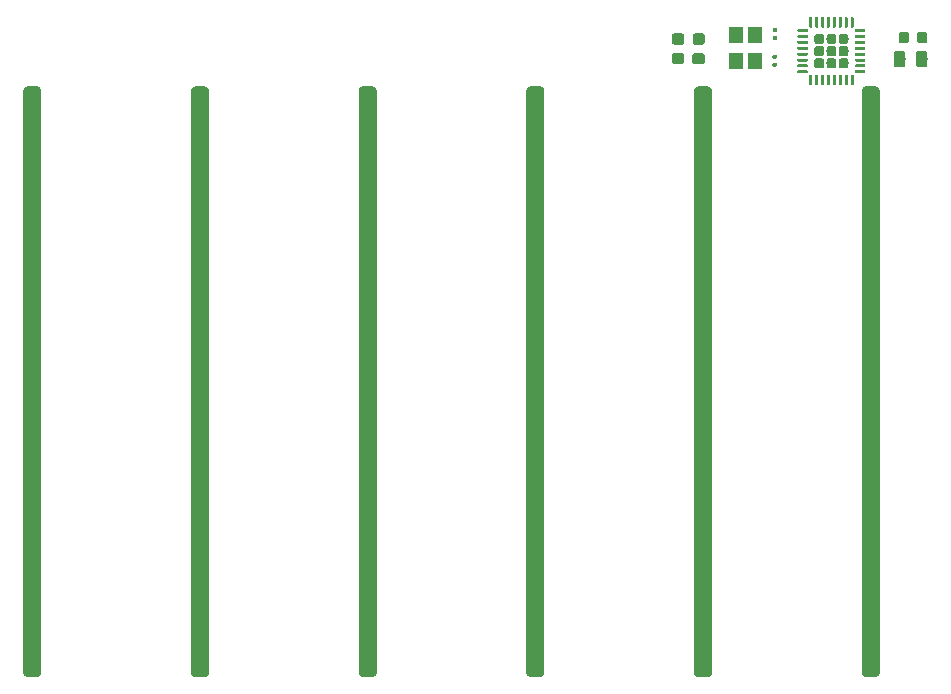
<source format=gbr>
G04 #@! TF.GenerationSoftware,KiCad,Pcbnew,5.0.2-bee76a0~70~ubuntu18.04.1*
G04 #@! TF.CreationDate,2018-12-10T16:15:13+09:00*
G04 #@! TF.ProjectId,2019_01,32303139-5f30-4312-9e6b-696361645f70,rev?*
G04 #@! TF.SameCoordinates,Original*
G04 #@! TF.FileFunction,Paste,Top*
G04 #@! TF.FilePolarity,Positive*
%FSLAX46Y46*%
G04 Gerber Fmt 4.6, Leading zero omitted, Abs format (unit mm)*
G04 Created by KiCad (PCBNEW 5.0.2-bee76a0~70~ubuntu18.04.1) date 2018年12月10日 16時15分13秒*
%MOMM*%
%LPD*%
G01*
G04 APERTURE LIST*
%ADD10C,0.100000*%
%ADD11C,1.524000*%
%ADD12C,0.875000*%
%ADD13C,0.975000*%
%ADD14C,0.318000*%
%ADD15C,0.950000*%
%ADD16C,0.830000*%
%ADD17C,0.250000*%
%ADD18R,1.200000X1.400000*%
G04 APERTURE END LIST*
D10*
G04 #@! TO.C,J3*
G36*
X151483345Y-54947435D02*
X151520329Y-54952921D01*
X151556598Y-54962006D01*
X151591802Y-54974602D01*
X151625602Y-54990588D01*
X151657672Y-55009810D01*
X151687704Y-55032083D01*
X151715408Y-55057192D01*
X151740517Y-55084896D01*
X151762790Y-55114928D01*
X151782012Y-55146998D01*
X151797998Y-55180798D01*
X151810594Y-55216002D01*
X151819679Y-55252271D01*
X151825165Y-55289255D01*
X151827000Y-55326600D01*
X151827000Y-104564600D01*
X151825165Y-104601945D01*
X151819679Y-104638929D01*
X151810594Y-104675198D01*
X151797998Y-104710402D01*
X151782012Y-104744202D01*
X151762790Y-104776272D01*
X151740517Y-104806304D01*
X151715408Y-104834008D01*
X151687704Y-104859117D01*
X151657672Y-104881390D01*
X151625602Y-104900612D01*
X151591802Y-104916598D01*
X151556598Y-104929194D01*
X151520329Y-104938279D01*
X151483345Y-104943765D01*
X151446000Y-104945600D01*
X150684000Y-104945600D01*
X150646655Y-104943765D01*
X150609671Y-104938279D01*
X150573402Y-104929194D01*
X150538198Y-104916598D01*
X150504398Y-104900612D01*
X150472328Y-104881390D01*
X150442296Y-104859117D01*
X150414592Y-104834008D01*
X150389483Y-104806304D01*
X150367210Y-104776272D01*
X150347988Y-104744202D01*
X150332002Y-104710402D01*
X150319406Y-104675198D01*
X150310321Y-104638929D01*
X150304835Y-104601945D01*
X150303000Y-104564600D01*
X150303000Y-55326600D01*
X150304835Y-55289255D01*
X150310321Y-55252271D01*
X150319406Y-55216002D01*
X150332002Y-55180798D01*
X150347988Y-55146998D01*
X150367210Y-55114928D01*
X150389483Y-55084896D01*
X150414592Y-55057192D01*
X150442296Y-55032083D01*
X150472328Y-55009810D01*
X150504398Y-54990588D01*
X150538198Y-54974602D01*
X150573402Y-54962006D01*
X150609671Y-54952921D01*
X150646655Y-54947435D01*
X150684000Y-54945600D01*
X151446000Y-54945600D01*
X151483345Y-54947435D01*
X151483345Y-54947435D01*
G37*
D11*
X151065000Y-79945600D03*
G04 #@! TD*
D10*
G04 #@! TO.C,J4*
G36*
X165683345Y-54947435D02*
X165720329Y-54952921D01*
X165756598Y-54962006D01*
X165791802Y-54974602D01*
X165825602Y-54990588D01*
X165857672Y-55009810D01*
X165887704Y-55032083D01*
X165915408Y-55057192D01*
X165940517Y-55084896D01*
X165962790Y-55114928D01*
X165982012Y-55146998D01*
X165997998Y-55180798D01*
X166010594Y-55216002D01*
X166019679Y-55252271D01*
X166025165Y-55289255D01*
X166027000Y-55326600D01*
X166027000Y-104564600D01*
X166025165Y-104601945D01*
X166019679Y-104638929D01*
X166010594Y-104675198D01*
X165997998Y-104710402D01*
X165982012Y-104744202D01*
X165962790Y-104776272D01*
X165940517Y-104806304D01*
X165915408Y-104834008D01*
X165887704Y-104859117D01*
X165857672Y-104881390D01*
X165825602Y-104900612D01*
X165791802Y-104916598D01*
X165756598Y-104929194D01*
X165720329Y-104938279D01*
X165683345Y-104943765D01*
X165646000Y-104945600D01*
X164884000Y-104945600D01*
X164846655Y-104943765D01*
X164809671Y-104938279D01*
X164773402Y-104929194D01*
X164738198Y-104916598D01*
X164704398Y-104900612D01*
X164672328Y-104881390D01*
X164642296Y-104859117D01*
X164614592Y-104834008D01*
X164589483Y-104806304D01*
X164567210Y-104776272D01*
X164547988Y-104744202D01*
X164532002Y-104710402D01*
X164519406Y-104675198D01*
X164510321Y-104638929D01*
X164504835Y-104601945D01*
X164503000Y-104564600D01*
X164503000Y-55326600D01*
X164504835Y-55289255D01*
X164510321Y-55252271D01*
X164519406Y-55216002D01*
X164532002Y-55180798D01*
X164547988Y-55146998D01*
X164567210Y-55114928D01*
X164589483Y-55084896D01*
X164614592Y-55057192D01*
X164642296Y-55032083D01*
X164672328Y-55009810D01*
X164704398Y-54990588D01*
X164738198Y-54974602D01*
X164773402Y-54962006D01*
X164809671Y-54952921D01*
X164846655Y-54947435D01*
X164884000Y-54945600D01*
X165646000Y-54945600D01*
X165683345Y-54947435D01*
X165683345Y-54947435D01*
G37*
D11*
X165265000Y-79945600D03*
G04 #@! TD*
D10*
G04 #@! TO.C,J5*
G36*
X179883345Y-54947435D02*
X179920329Y-54952921D01*
X179956598Y-54962006D01*
X179991802Y-54974602D01*
X180025602Y-54990588D01*
X180057672Y-55009810D01*
X180087704Y-55032083D01*
X180115408Y-55057192D01*
X180140517Y-55084896D01*
X180162790Y-55114928D01*
X180182012Y-55146998D01*
X180197998Y-55180798D01*
X180210594Y-55216002D01*
X180219679Y-55252271D01*
X180225165Y-55289255D01*
X180227000Y-55326600D01*
X180227000Y-104564600D01*
X180225165Y-104601945D01*
X180219679Y-104638929D01*
X180210594Y-104675198D01*
X180197998Y-104710402D01*
X180182012Y-104744202D01*
X180162790Y-104776272D01*
X180140517Y-104806304D01*
X180115408Y-104834008D01*
X180087704Y-104859117D01*
X180057672Y-104881390D01*
X180025602Y-104900612D01*
X179991802Y-104916598D01*
X179956598Y-104929194D01*
X179920329Y-104938279D01*
X179883345Y-104943765D01*
X179846000Y-104945600D01*
X179084000Y-104945600D01*
X179046655Y-104943765D01*
X179009671Y-104938279D01*
X178973402Y-104929194D01*
X178938198Y-104916598D01*
X178904398Y-104900612D01*
X178872328Y-104881390D01*
X178842296Y-104859117D01*
X178814592Y-104834008D01*
X178789483Y-104806304D01*
X178767210Y-104776272D01*
X178747988Y-104744202D01*
X178732002Y-104710402D01*
X178719406Y-104675198D01*
X178710321Y-104638929D01*
X178704835Y-104601945D01*
X178703000Y-104564600D01*
X178703000Y-55326600D01*
X178704835Y-55289255D01*
X178710321Y-55252271D01*
X178719406Y-55216002D01*
X178732002Y-55180798D01*
X178747988Y-55146998D01*
X178767210Y-55114928D01*
X178789483Y-55084896D01*
X178814592Y-55057192D01*
X178842296Y-55032083D01*
X178872328Y-55009810D01*
X178904398Y-54990588D01*
X178938198Y-54974602D01*
X178973402Y-54962006D01*
X179009671Y-54952921D01*
X179046655Y-54947435D01*
X179084000Y-54945600D01*
X179846000Y-54945600D01*
X179883345Y-54947435D01*
X179883345Y-54947435D01*
G37*
D11*
X179465000Y-79945600D03*
G04 #@! TD*
D10*
G04 #@! TO.C,J6*
G36*
X194083345Y-54947435D02*
X194120329Y-54952921D01*
X194156598Y-54962006D01*
X194191802Y-54974602D01*
X194225602Y-54990588D01*
X194257672Y-55009810D01*
X194287704Y-55032083D01*
X194315408Y-55057192D01*
X194340517Y-55084896D01*
X194362790Y-55114928D01*
X194382012Y-55146998D01*
X194397998Y-55180798D01*
X194410594Y-55216002D01*
X194419679Y-55252271D01*
X194425165Y-55289255D01*
X194427000Y-55326600D01*
X194427000Y-104564600D01*
X194425165Y-104601945D01*
X194419679Y-104638929D01*
X194410594Y-104675198D01*
X194397998Y-104710402D01*
X194382012Y-104744202D01*
X194362790Y-104776272D01*
X194340517Y-104806304D01*
X194315408Y-104834008D01*
X194287704Y-104859117D01*
X194257672Y-104881390D01*
X194225602Y-104900612D01*
X194191802Y-104916598D01*
X194156598Y-104929194D01*
X194120329Y-104938279D01*
X194083345Y-104943765D01*
X194046000Y-104945600D01*
X193284000Y-104945600D01*
X193246655Y-104943765D01*
X193209671Y-104938279D01*
X193173402Y-104929194D01*
X193138198Y-104916598D01*
X193104398Y-104900612D01*
X193072328Y-104881390D01*
X193042296Y-104859117D01*
X193014592Y-104834008D01*
X192989483Y-104806304D01*
X192967210Y-104776272D01*
X192947988Y-104744202D01*
X192932002Y-104710402D01*
X192919406Y-104675198D01*
X192910321Y-104638929D01*
X192904835Y-104601945D01*
X192903000Y-104564600D01*
X192903000Y-55326600D01*
X192904835Y-55289255D01*
X192910321Y-55252271D01*
X192919406Y-55216002D01*
X192932002Y-55180798D01*
X192947988Y-55146998D01*
X192967210Y-55114928D01*
X192989483Y-55084896D01*
X193014592Y-55057192D01*
X193042296Y-55032083D01*
X193072328Y-55009810D01*
X193104398Y-54990588D01*
X193138198Y-54974602D01*
X193173402Y-54962006D01*
X193209671Y-54952921D01*
X193246655Y-54947435D01*
X193284000Y-54945600D01*
X194046000Y-54945600D01*
X194083345Y-54947435D01*
X194083345Y-54947435D01*
G37*
D11*
X193665000Y-79945600D03*
G04 #@! TD*
D10*
G04 #@! TO.C,J7*
G36*
X208283345Y-54947435D02*
X208320329Y-54952921D01*
X208356598Y-54962006D01*
X208391802Y-54974602D01*
X208425602Y-54990588D01*
X208457672Y-55009810D01*
X208487704Y-55032083D01*
X208515408Y-55057192D01*
X208540517Y-55084896D01*
X208562790Y-55114928D01*
X208582012Y-55146998D01*
X208597998Y-55180798D01*
X208610594Y-55216002D01*
X208619679Y-55252271D01*
X208625165Y-55289255D01*
X208627000Y-55326600D01*
X208627000Y-104564600D01*
X208625165Y-104601945D01*
X208619679Y-104638929D01*
X208610594Y-104675198D01*
X208597998Y-104710402D01*
X208582012Y-104744202D01*
X208562790Y-104776272D01*
X208540517Y-104806304D01*
X208515408Y-104834008D01*
X208487704Y-104859117D01*
X208457672Y-104881390D01*
X208425602Y-104900612D01*
X208391802Y-104916598D01*
X208356598Y-104929194D01*
X208320329Y-104938279D01*
X208283345Y-104943765D01*
X208246000Y-104945600D01*
X207484000Y-104945600D01*
X207446655Y-104943765D01*
X207409671Y-104938279D01*
X207373402Y-104929194D01*
X207338198Y-104916598D01*
X207304398Y-104900612D01*
X207272328Y-104881390D01*
X207242296Y-104859117D01*
X207214592Y-104834008D01*
X207189483Y-104806304D01*
X207167210Y-104776272D01*
X207147988Y-104744202D01*
X207132002Y-104710402D01*
X207119406Y-104675198D01*
X207110321Y-104638929D01*
X207104835Y-104601945D01*
X207103000Y-104564600D01*
X207103000Y-55326600D01*
X207104835Y-55289255D01*
X207110321Y-55252271D01*
X207119406Y-55216002D01*
X207132002Y-55180798D01*
X207147988Y-55146998D01*
X207167210Y-55114928D01*
X207189483Y-55084896D01*
X207214592Y-55057192D01*
X207242296Y-55032083D01*
X207272328Y-55009810D01*
X207304398Y-54990588D01*
X207338198Y-54974602D01*
X207373402Y-54962006D01*
X207409671Y-54952921D01*
X207446655Y-54947435D01*
X207484000Y-54945600D01*
X208246000Y-54945600D01*
X208283345Y-54947435D01*
X208283345Y-54947435D01*
G37*
D11*
X207865000Y-79945600D03*
G04 #@! TD*
D10*
G04 #@! TO.C,J8*
G36*
X222483345Y-54947435D02*
X222520329Y-54952921D01*
X222556598Y-54962006D01*
X222591802Y-54974602D01*
X222625602Y-54990588D01*
X222657672Y-55009810D01*
X222687704Y-55032083D01*
X222715408Y-55057192D01*
X222740517Y-55084896D01*
X222762790Y-55114928D01*
X222782012Y-55146998D01*
X222797998Y-55180798D01*
X222810594Y-55216002D01*
X222819679Y-55252271D01*
X222825165Y-55289255D01*
X222827000Y-55326600D01*
X222827000Y-104564600D01*
X222825165Y-104601945D01*
X222819679Y-104638929D01*
X222810594Y-104675198D01*
X222797998Y-104710402D01*
X222782012Y-104744202D01*
X222762790Y-104776272D01*
X222740517Y-104806304D01*
X222715408Y-104834008D01*
X222687704Y-104859117D01*
X222657672Y-104881390D01*
X222625602Y-104900612D01*
X222591802Y-104916598D01*
X222556598Y-104929194D01*
X222520329Y-104938279D01*
X222483345Y-104943765D01*
X222446000Y-104945600D01*
X221684000Y-104945600D01*
X221646655Y-104943765D01*
X221609671Y-104938279D01*
X221573402Y-104929194D01*
X221538198Y-104916598D01*
X221504398Y-104900612D01*
X221472328Y-104881390D01*
X221442296Y-104859117D01*
X221414592Y-104834008D01*
X221389483Y-104806304D01*
X221367210Y-104776272D01*
X221347988Y-104744202D01*
X221332002Y-104710402D01*
X221319406Y-104675198D01*
X221310321Y-104638929D01*
X221304835Y-104601945D01*
X221303000Y-104564600D01*
X221303000Y-55326600D01*
X221304835Y-55289255D01*
X221310321Y-55252271D01*
X221319406Y-55216002D01*
X221332002Y-55180798D01*
X221347988Y-55146998D01*
X221367210Y-55114928D01*
X221389483Y-55084896D01*
X221414592Y-55057192D01*
X221442296Y-55032083D01*
X221472328Y-55009810D01*
X221504398Y-54990588D01*
X221538198Y-54974602D01*
X221573402Y-54962006D01*
X221609671Y-54952921D01*
X221646655Y-54947435D01*
X221684000Y-54945600D01*
X222446000Y-54945600D01*
X222483345Y-54947435D01*
X222483345Y-54947435D01*
G37*
D11*
X222065000Y-79945600D03*
G04 #@! TD*
D10*
G04 #@! TO.C,C1*
G36*
X226665691Y-50351453D02*
X226686926Y-50354603D01*
X226707750Y-50359819D01*
X226727962Y-50367051D01*
X226747368Y-50376230D01*
X226765781Y-50387266D01*
X226783024Y-50400054D01*
X226798930Y-50414470D01*
X226813346Y-50430376D01*
X226826134Y-50447619D01*
X226837170Y-50466032D01*
X226846349Y-50485438D01*
X226853581Y-50505650D01*
X226858797Y-50526474D01*
X226861947Y-50547709D01*
X226863000Y-50569150D01*
X226863000Y-51081650D01*
X226861947Y-51103091D01*
X226858797Y-51124326D01*
X226853581Y-51145150D01*
X226846349Y-51165362D01*
X226837170Y-51184768D01*
X226826134Y-51203181D01*
X226813346Y-51220424D01*
X226798930Y-51236330D01*
X226783024Y-51250746D01*
X226765781Y-51263534D01*
X226747368Y-51274570D01*
X226727962Y-51283749D01*
X226707750Y-51290981D01*
X226686926Y-51296197D01*
X226665691Y-51299347D01*
X226644250Y-51300400D01*
X226206750Y-51300400D01*
X226185309Y-51299347D01*
X226164074Y-51296197D01*
X226143250Y-51290981D01*
X226123038Y-51283749D01*
X226103632Y-51274570D01*
X226085219Y-51263534D01*
X226067976Y-51250746D01*
X226052070Y-51236330D01*
X226037654Y-51220424D01*
X226024866Y-51203181D01*
X226013830Y-51184768D01*
X226004651Y-51165362D01*
X225997419Y-51145150D01*
X225992203Y-51124326D01*
X225989053Y-51103091D01*
X225988000Y-51081650D01*
X225988000Y-50569150D01*
X225989053Y-50547709D01*
X225992203Y-50526474D01*
X225997419Y-50505650D01*
X226004651Y-50485438D01*
X226013830Y-50466032D01*
X226024866Y-50447619D01*
X226037654Y-50430376D01*
X226052070Y-50414470D01*
X226067976Y-50400054D01*
X226085219Y-50387266D01*
X226103632Y-50376230D01*
X226123038Y-50367051D01*
X226143250Y-50359819D01*
X226164074Y-50354603D01*
X226185309Y-50351453D01*
X226206750Y-50350400D01*
X226644250Y-50350400D01*
X226665691Y-50351453D01*
X226665691Y-50351453D01*
G37*
D12*
X226425500Y-50825400D03*
D10*
G36*
X225090691Y-50351453D02*
X225111926Y-50354603D01*
X225132750Y-50359819D01*
X225152962Y-50367051D01*
X225172368Y-50376230D01*
X225190781Y-50387266D01*
X225208024Y-50400054D01*
X225223930Y-50414470D01*
X225238346Y-50430376D01*
X225251134Y-50447619D01*
X225262170Y-50466032D01*
X225271349Y-50485438D01*
X225278581Y-50505650D01*
X225283797Y-50526474D01*
X225286947Y-50547709D01*
X225288000Y-50569150D01*
X225288000Y-51081650D01*
X225286947Y-51103091D01*
X225283797Y-51124326D01*
X225278581Y-51145150D01*
X225271349Y-51165362D01*
X225262170Y-51184768D01*
X225251134Y-51203181D01*
X225238346Y-51220424D01*
X225223930Y-51236330D01*
X225208024Y-51250746D01*
X225190781Y-51263534D01*
X225172368Y-51274570D01*
X225152962Y-51283749D01*
X225132750Y-51290981D01*
X225111926Y-51296197D01*
X225090691Y-51299347D01*
X225069250Y-51300400D01*
X224631750Y-51300400D01*
X224610309Y-51299347D01*
X224589074Y-51296197D01*
X224568250Y-51290981D01*
X224548038Y-51283749D01*
X224528632Y-51274570D01*
X224510219Y-51263534D01*
X224492976Y-51250746D01*
X224477070Y-51236330D01*
X224462654Y-51220424D01*
X224449866Y-51203181D01*
X224438830Y-51184768D01*
X224429651Y-51165362D01*
X224422419Y-51145150D01*
X224417203Y-51124326D01*
X224414053Y-51103091D01*
X224413000Y-51081650D01*
X224413000Y-50569150D01*
X224414053Y-50547709D01*
X224417203Y-50526474D01*
X224422419Y-50505650D01*
X224429651Y-50485438D01*
X224438830Y-50466032D01*
X224449866Y-50447619D01*
X224462654Y-50430376D01*
X224477070Y-50414470D01*
X224492976Y-50400054D01*
X224510219Y-50387266D01*
X224528632Y-50376230D01*
X224548038Y-50367051D01*
X224568250Y-50359819D01*
X224589074Y-50354603D01*
X224610309Y-50351453D01*
X224631750Y-50350400D01*
X225069250Y-50350400D01*
X225090691Y-50351453D01*
X225090691Y-50351453D01*
G37*
D12*
X224850500Y-50825400D03*
G04 #@! TD*
D10*
G04 #@! TO.C,C2*
G36*
X224762142Y-51940174D02*
X224785803Y-51943684D01*
X224809007Y-51949496D01*
X224831529Y-51957554D01*
X224853153Y-51967782D01*
X224873670Y-51980079D01*
X224892883Y-51994329D01*
X224910607Y-52010393D01*
X224926671Y-52028117D01*
X224940921Y-52047330D01*
X224953218Y-52067847D01*
X224963446Y-52089471D01*
X224971504Y-52111993D01*
X224977316Y-52135197D01*
X224980826Y-52158858D01*
X224982000Y-52182750D01*
X224982000Y-53095250D01*
X224980826Y-53119142D01*
X224977316Y-53142803D01*
X224971504Y-53166007D01*
X224963446Y-53188529D01*
X224953218Y-53210153D01*
X224940921Y-53230670D01*
X224926671Y-53249883D01*
X224910607Y-53267607D01*
X224892883Y-53283671D01*
X224873670Y-53297921D01*
X224853153Y-53310218D01*
X224831529Y-53320446D01*
X224809007Y-53328504D01*
X224785803Y-53334316D01*
X224762142Y-53337826D01*
X224738250Y-53339000D01*
X224250750Y-53339000D01*
X224226858Y-53337826D01*
X224203197Y-53334316D01*
X224179993Y-53328504D01*
X224157471Y-53320446D01*
X224135847Y-53310218D01*
X224115330Y-53297921D01*
X224096117Y-53283671D01*
X224078393Y-53267607D01*
X224062329Y-53249883D01*
X224048079Y-53230670D01*
X224035782Y-53210153D01*
X224025554Y-53188529D01*
X224017496Y-53166007D01*
X224011684Y-53142803D01*
X224008174Y-53119142D01*
X224007000Y-53095250D01*
X224007000Y-52182750D01*
X224008174Y-52158858D01*
X224011684Y-52135197D01*
X224017496Y-52111993D01*
X224025554Y-52089471D01*
X224035782Y-52067847D01*
X224048079Y-52047330D01*
X224062329Y-52028117D01*
X224078393Y-52010393D01*
X224096117Y-51994329D01*
X224115330Y-51980079D01*
X224135847Y-51967782D01*
X224157471Y-51957554D01*
X224179993Y-51949496D01*
X224203197Y-51943684D01*
X224226858Y-51940174D01*
X224250750Y-51939000D01*
X224738250Y-51939000D01*
X224762142Y-51940174D01*
X224762142Y-51940174D01*
G37*
D13*
X224494500Y-52639000D03*
D10*
G36*
X226637142Y-51940174D02*
X226660803Y-51943684D01*
X226684007Y-51949496D01*
X226706529Y-51957554D01*
X226728153Y-51967782D01*
X226748670Y-51980079D01*
X226767883Y-51994329D01*
X226785607Y-52010393D01*
X226801671Y-52028117D01*
X226815921Y-52047330D01*
X226828218Y-52067847D01*
X226838446Y-52089471D01*
X226846504Y-52111993D01*
X226852316Y-52135197D01*
X226855826Y-52158858D01*
X226857000Y-52182750D01*
X226857000Y-53095250D01*
X226855826Y-53119142D01*
X226852316Y-53142803D01*
X226846504Y-53166007D01*
X226838446Y-53188529D01*
X226828218Y-53210153D01*
X226815921Y-53230670D01*
X226801671Y-53249883D01*
X226785607Y-53267607D01*
X226767883Y-53283671D01*
X226748670Y-53297921D01*
X226728153Y-53310218D01*
X226706529Y-53320446D01*
X226684007Y-53328504D01*
X226660803Y-53334316D01*
X226637142Y-53337826D01*
X226613250Y-53339000D01*
X226125750Y-53339000D01*
X226101858Y-53337826D01*
X226078197Y-53334316D01*
X226054993Y-53328504D01*
X226032471Y-53320446D01*
X226010847Y-53310218D01*
X225990330Y-53297921D01*
X225971117Y-53283671D01*
X225953393Y-53267607D01*
X225937329Y-53249883D01*
X225923079Y-53230670D01*
X225910782Y-53210153D01*
X225900554Y-53188529D01*
X225892496Y-53166007D01*
X225886684Y-53142803D01*
X225883174Y-53119142D01*
X225882000Y-53095250D01*
X225882000Y-52182750D01*
X225883174Y-52158858D01*
X225886684Y-52135197D01*
X225892496Y-52111993D01*
X225900554Y-52089471D01*
X225910782Y-52067847D01*
X225923079Y-52047330D01*
X225937329Y-52028117D01*
X225953393Y-52010393D01*
X225971117Y-51994329D01*
X225990330Y-51980079D01*
X226010847Y-51967782D01*
X226032471Y-51957554D01*
X226054993Y-51949496D01*
X226078197Y-51943684D01*
X226101858Y-51940174D01*
X226125750Y-51939000D01*
X226613250Y-51939000D01*
X226637142Y-51940174D01*
X226637142Y-51940174D01*
G37*
D13*
X226369500Y-52639000D03*
G04 #@! TD*
D10*
G04 #@! TO.C,C3*
G36*
X214047292Y-50712483D02*
X214055010Y-50713628D01*
X214062578Y-50715523D01*
X214069923Y-50718152D01*
X214076976Y-50721487D01*
X214083668Y-50725498D01*
X214089934Y-50730146D01*
X214095715Y-50735385D01*
X214100954Y-50741166D01*
X214105602Y-50747432D01*
X214109613Y-50754124D01*
X214112948Y-50761177D01*
X214115577Y-50768522D01*
X214117472Y-50776090D01*
X214118617Y-50783808D01*
X214119000Y-50791600D01*
X214119000Y-50950600D01*
X214118617Y-50958392D01*
X214117472Y-50966110D01*
X214115577Y-50973678D01*
X214112948Y-50981023D01*
X214109613Y-50988076D01*
X214105602Y-50994768D01*
X214100954Y-51001034D01*
X214095715Y-51006815D01*
X214089934Y-51012054D01*
X214083668Y-51016702D01*
X214076976Y-51020713D01*
X214069923Y-51024048D01*
X214062578Y-51026677D01*
X214055010Y-51028572D01*
X214047292Y-51029717D01*
X214039500Y-51030100D01*
X213838500Y-51030100D01*
X213830708Y-51029717D01*
X213822990Y-51028572D01*
X213815422Y-51026677D01*
X213808077Y-51024048D01*
X213801024Y-51020713D01*
X213794332Y-51016702D01*
X213788066Y-51012054D01*
X213782285Y-51006815D01*
X213777046Y-51001034D01*
X213772398Y-50994768D01*
X213768387Y-50988076D01*
X213765052Y-50981023D01*
X213762423Y-50973678D01*
X213760528Y-50966110D01*
X213759383Y-50958392D01*
X213759000Y-50950600D01*
X213759000Y-50791600D01*
X213759383Y-50783808D01*
X213760528Y-50776090D01*
X213762423Y-50768522D01*
X213765052Y-50761177D01*
X213768387Y-50754124D01*
X213772398Y-50747432D01*
X213777046Y-50741166D01*
X213782285Y-50735385D01*
X213788066Y-50730146D01*
X213794332Y-50725498D01*
X213801024Y-50721487D01*
X213808077Y-50718152D01*
X213815422Y-50715523D01*
X213822990Y-50713628D01*
X213830708Y-50712483D01*
X213838500Y-50712100D01*
X214039500Y-50712100D01*
X214047292Y-50712483D01*
X214047292Y-50712483D01*
G37*
D14*
X213939000Y-50871100D03*
D10*
G36*
X214047292Y-50022483D02*
X214055010Y-50023628D01*
X214062578Y-50025523D01*
X214069923Y-50028152D01*
X214076976Y-50031487D01*
X214083668Y-50035498D01*
X214089934Y-50040146D01*
X214095715Y-50045385D01*
X214100954Y-50051166D01*
X214105602Y-50057432D01*
X214109613Y-50064124D01*
X214112948Y-50071177D01*
X214115577Y-50078522D01*
X214117472Y-50086090D01*
X214118617Y-50093808D01*
X214119000Y-50101600D01*
X214119000Y-50260600D01*
X214118617Y-50268392D01*
X214117472Y-50276110D01*
X214115577Y-50283678D01*
X214112948Y-50291023D01*
X214109613Y-50298076D01*
X214105602Y-50304768D01*
X214100954Y-50311034D01*
X214095715Y-50316815D01*
X214089934Y-50322054D01*
X214083668Y-50326702D01*
X214076976Y-50330713D01*
X214069923Y-50334048D01*
X214062578Y-50336677D01*
X214055010Y-50338572D01*
X214047292Y-50339717D01*
X214039500Y-50340100D01*
X213838500Y-50340100D01*
X213830708Y-50339717D01*
X213822990Y-50338572D01*
X213815422Y-50336677D01*
X213808077Y-50334048D01*
X213801024Y-50330713D01*
X213794332Y-50326702D01*
X213788066Y-50322054D01*
X213782285Y-50316815D01*
X213777046Y-50311034D01*
X213772398Y-50304768D01*
X213768387Y-50298076D01*
X213765052Y-50291023D01*
X213762423Y-50283678D01*
X213760528Y-50276110D01*
X213759383Y-50268392D01*
X213759000Y-50260600D01*
X213759000Y-50101600D01*
X213759383Y-50093808D01*
X213760528Y-50086090D01*
X213762423Y-50078522D01*
X213765052Y-50071177D01*
X213768387Y-50064124D01*
X213772398Y-50057432D01*
X213777046Y-50051166D01*
X213782285Y-50045385D01*
X213788066Y-50040146D01*
X213794332Y-50035498D01*
X213801024Y-50031487D01*
X213808077Y-50028152D01*
X213815422Y-50025523D01*
X213822990Y-50023628D01*
X213830708Y-50022483D01*
X213838500Y-50022100D01*
X214039500Y-50022100D01*
X214047292Y-50022483D01*
X214047292Y-50022483D01*
G37*
D14*
X213939000Y-50181100D03*
G04 #@! TD*
D10*
G04 #@! TO.C,C4*
G36*
X214027292Y-52277583D02*
X214035010Y-52278728D01*
X214042578Y-52280623D01*
X214049923Y-52283252D01*
X214056976Y-52286587D01*
X214063668Y-52290598D01*
X214069934Y-52295246D01*
X214075715Y-52300485D01*
X214080954Y-52306266D01*
X214085602Y-52312532D01*
X214089613Y-52319224D01*
X214092948Y-52326277D01*
X214095577Y-52333622D01*
X214097472Y-52341190D01*
X214098617Y-52348908D01*
X214099000Y-52356700D01*
X214099000Y-52515700D01*
X214098617Y-52523492D01*
X214097472Y-52531210D01*
X214095577Y-52538778D01*
X214092948Y-52546123D01*
X214089613Y-52553176D01*
X214085602Y-52559868D01*
X214080954Y-52566134D01*
X214075715Y-52571915D01*
X214069934Y-52577154D01*
X214063668Y-52581802D01*
X214056976Y-52585813D01*
X214049923Y-52589148D01*
X214042578Y-52591777D01*
X214035010Y-52593672D01*
X214027292Y-52594817D01*
X214019500Y-52595200D01*
X213818500Y-52595200D01*
X213810708Y-52594817D01*
X213802990Y-52593672D01*
X213795422Y-52591777D01*
X213788077Y-52589148D01*
X213781024Y-52585813D01*
X213774332Y-52581802D01*
X213768066Y-52577154D01*
X213762285Y-52571915D01*
X213757046Y-52566134D01*
X213752398Y-52559868D01*
X213748387Y-52553176D01*
X213745052Y-52546123D01*
X213742423Y-52538778D01*
X213740528Y-52531210D01*
X213739383Y-52523492D01*
X213739000Y-52515700D01*
X213739000Y-52356700D01*
X213739383Y-52348908D01*
X213740528Y-52341190D01*
X213742423Y-52333622D01*
X213745052Y-52326277D01*
X213748387Y-52319224D01*
X213752398Y-52312532D01*
X213757046Y-52306266D01*
X213762285Y-52300485D01*
X213768066Y-52295246D01*
X213774332Y-52290598D01*
X213781024Y-52286587D01*
X213788077Y-52283252D01*
X213795422Y-52280623D01*
X213802990Y-52278728D01*
X213810708Y-52277583D01*
X213818500Y-52277200D01*
X214019500Y-52277200D01*
X214027292Y-52277583D01*
X214027292Y-52277583D01*
G37*
D14*
X213919000Y-52436200D03*
D10*
G36*
X214027292Y-52967583D02*
X214035010Y-52968728D01*
X214042578Y-52970623D01*
X214049923Y-52973252D01*
X214056976Y-52976587D01*
X214063668Y-52980598D01*
X214069934Y-52985246D01*
X214075715Y-52990485D01*
X214080954Y-52996266D01*
X214085602Y-53002532D01*
X214089613Y-53009224D01*
X214092948Y-53016277D01*
X214095577Y-53023622D01*
X214097472Y-53031190D01*
X214098617Y-53038908D01*
X214099000Y-53046700D01*
X214099000Y-53205700D01*
X214098617Y-53213492D01*
X214097472Y-53221210D01*
X214095577Y-53228778D01*
X214092948Y-53236123D01*
X214089613Y-53243176D01*
X214085602Y-53249868D01*
X214080954Y-53256134D01*
X214075715Y-53261915D01*
X214069934Y-53267154D01*
X214063668Y-53271802D01*
X214056976Y-53275813D01*
X214049923Y-53279148D01*
X214042578Y-53281777D01*
X214035010Y-53283672D01*
X214027292Y-53284817D01*
X214019500Y-53285200D01*
X213818500Y-53285200D01*
X213810708Y-53284817D01*
X213802990Y-53283672D01*
X213795422Y-53281777D01*
X213788077Y-53279148D01*
X213781024Y-53275813D01*
X213774332Y-53271802D01*
X213768066Y-53267154D01*
X213762285Y-53261915D01*
X213757046Y-53256134D01*
X213752398Y-53249868D01*
X213748387Y-53243176D01*
X213745052Y-53236123D01*
X213742423Y-53228778D01*
X213740528Y-53221210D01*
X213739383Y-53213492D01*
X213739000Y-53205700D01*
X213739000Y-53046700D01*
X213739383Y-53038908D01*
X213740528Y-53031190D01*
X213742423Y-53023622D01*
X213745052Y-53016277D01*
X213748387Y-53009224D01*
X213752398Y-53002532D01*
X213757046Y-52996266D01*
X213762285Y-52990485D01*
X213768066Y-52985246D01*
X213774332Y-52980598D01*
X213781024Y-52976587D01*
X213788077Y-52973252D01*
X213795422Y-52970623D01*
X213802990Y-52968728D01*
X213810708Y-52967583D01*
X213818500Y-52967200D01*
X214019500Y-52967200D01*
X214027292Y-52967583D01*
X214027292Y-52967583D01*
G37*
D14*
X213919000Y-53126200D03*
G04 #@! TD*
D10*
G04 #@! TO.C,R1*
G36*
X206054779Y-50468344D02*
X206077834Y-50471763D01*
X206100443Y-50477427D01*
X206122387Y-50485279D01*
X206143457Y-50495244D01*
X206163448Y-50507226D01*
X206182168Y-50521110D01*
X206199438Y-50536762D01*
X206215090Y-50554032D01*
X206228974Y-50572752D01*
X206240956Y-50592743D01*
X206250921Y-50613813D01*
X206258773Y-50635757D01*
X206264437Y-50658366D01*
X206267856Y-50681421D01*
X206269000Y-50704700D01*
X206269000Y-51179700D01*
X206267856Y-51202979D01*
X206264437Y-51226034D01*
X206258773Y-51248643D01*
X206250921Y-51270587D01*
X206240956Y-51291657D01*
X206228974Y-51311648D01*
X206215090Y-51330368D01*
X206199438Y-51347638D01*
X206182168Y-51363290D01*
X206163448Y-51377174D01*
X206143457Y-51389156D01*
X206122387Y-51399121D01*
X206100443Y-51406973D01*
X206077834Y-51412637D01*
X206054779Y-51416056D01*
X206031500Y-51417200D01*
X205456500Y-51417200D01*
X205433221Y-51416056D01*
X205410166Y-51412637D01*
X205387557Y-51406973D01*
X205365613Y-51399121D01*
X205344543Y-51389156D01*
X205324552Y-51377174D01*
X205305832Y-51363290D01*
X205288562Y-51347638D01*
X205272910Y-51330368D01*
X205259026Y-51311648D01*
X205247044Y-51291657D01*
X205237079Y-51270587D01*
X205229227Y-51248643D01*
X205223563Y-51226034D01*
X205220144Y-51202979D01*
X205219000Y-51179700D01*
X205219000Y-50704700D01*
X205220144Y-50681421D01*
X205223563Y-50658366D01*
X205229227Y-50635757D01*
X205237079Y-50613813D01*
X205247044Y-50592743D01*
X205259026Y-50572752D01*
X205272910Y-50554032D01*
X205288562Y-50536762D01*
X205305832Y-50521110D01*
X205324552Y-50507226D01*
X205344543Y-50495244D01*
X205365613Y-50485279D01*
X205387557Y-50477427D01*
X205410166Y-50471763D01*
X205433221Y-50468344D01*
X205456500Y-50467200D01*
X206031500Y-50467200D01*
X206054779Y-50468344D01*
X206054779Y-50468344D01*
G37*
D15*
X205744000Y-50942200D03*
D10*
G36*
X207804779Y-50468344D02*
X207827834Y-50471763D01*
X207850443Y-50477427D01*
X207872387Y-50485279D01*
X207893457Y-50495244D01*
X207913448Y-50507226D01*
X207932168Y-50521110D01*
X207949438Y-50536762D01*
X207965090Y-50554032D01*
X207978974Y-50572752D01*
X207990956Y-50592743D01*
X208000921Y-50613813D01*
X208008773Y-50635757D01*
X208014437Y-50658366D01*
X208017856Y-50681421D01*
X208019000Y-50704700D01*
X208019000Y-51179700D01*
X208017856Y-51202979D01*
X208014437Y-51226034D01*
X208008773Y-51248643D01*
X208000921Y-51270587D01*
X207990956Y-51291657D01*
X207978974Y-51311648D01*
X207965090Y-51330368D01*
X207949438Y-51347638D01*
X207932168Y-51363290D01*
X207913448Y-51377174D01*
X207893457Y-51389156D01*
X207872387Y-51399121D01*
X207850443Y-51406973D01*
X207827834Y-51412637D01*
X207804779Y-51416056D01*
X207781500Y-51417200D01*
X207206500Y-51417200D01*
X207183221Y-51416056D01*
X207160166Y-51412637D01*
X207137557Y-51406973D01*
X207115613Y-51399121D01*
X207094543Y-51389156D01*
X207074552Y-51377174D01*
X207055832Y-51363290D01*
X207038562Y-51347638D01*
X207022910Y-51330368D01*
X207009026Y-51311648D01*
X206997044Y-51291657D01*
X206987079Y-51270587D01*
X206979227Y-51248643D01*
X206973563Y-51226034D01*
X206970144Y-51202979D01*
X206969000Y-51179700D01*
X206969000Y-50704700D01*
X206970144Y-50681421D01*
X206973563Y-50658366D01*
X206979227Y-50635757D01*
X206987079Y-50613813D01*
X206997044Y-50592743D01*
X207009026Y-50572752D01*
X207022910Y-50554032D01*
X207038562Y-50536762D01*
X207055832Y-50521110D01*
X207074552Y-50507226D01*
X207094543Y-50495244D01*
X207115613Y-50485279D01*
X207137557Y-50477427D01*
X207160166Y-50471763D01*
X207183221Y-50468344D01*
X207206500Y-50467200D01*
X207781500Y-50467200D01*
X207804779Y-50468344D01*
X207804779Y-50468344D01*
G37*
D15*
X207494000Y-50942200D03*
G04 #@! TD*
D10*
G04 #@! TO.C,R2*
G36*
X207792779Y-52129544D02*
X207815834Y-52132963D01*
X207838443Y-52138627D01*
X207860387Y-52146479D01*
X207881457Y-52156444D01*
X207901448Y-52168426D01*
X207920168Y-52182310D01*
X207937438Y-52197962D01*
X207953090Y-52215232D01*
X207966974Y-52233952D01*
X207978956Y-52253943D01*
X207988921Y-52275013D01*
X207996773Y-52296957D01*
X208002437Y-52319566D01*
X208005856Y-52342621D01*
X208007000Y-52365900D01*
X208007000Y-52840900D01*
X208005856Y-52864179D01*
X208002437Y-52887234D01*
X207996773Y-52909843D01*
X207988921Y-52931787D01*
X207978956Y-52952857D01*
X207966974Y-52972848D01*
X207953090Y-52991568D01*
X207937438Y-53008838D01*
X207920168Y-53024490D01*
X207901448Y-53038374D01*
X207881457Y-53050356D01*
X207860387Y-53060321D01*
X207838443Y-53068173D01*
X207815834Y-53073837D01*
X207792779Y-53077256D01*
X207769500Y-53078400D01*
X207194500Y-53078400D01*
X207171221Y-53077256D01*
X207148166Y-53073837D01*
X207125557Y-53068173D01*
X207103613Y-53060321D01*
X207082543Y-53050356D01*
X207062552Y-53038374D01*
X207043832Y-53024490D01*
X207026562Y-53008838D01*
X207010910Y-52991568D01*
X206997026Y-52972848D01*
X206985044Y-52952857D01*
X206975079Y-52931787D01*
X206967227Y-52909843D01*
X206961563Y-52887234D01*
X206958144Y-52864179D01*
X206957000Y-52840900D01*
X206957000Y-52365900D01*
X206958144Y-52342621D01*
X206961563Y-52319566D01*
X206967227Y-52296957D01*
X206975079Y-52275013D01*
X206985044Y-52253943D01*
X206997026Y-52233952D01*
X207010910Y-52215232D01*
X207026562Y-52197962D01*
X207043832Y-52182310D01*
X207062552Y-52168426D01*
X207082543Y-52156444D01*
X207103613Y-52146479D01*
X207125557Y-52138627D01*
X207148166Y-52132963D01*
X207171221Y-52129544D01*
X207194500Y-52128400D01*
X207769500Y-52128400D01*
X207792779Y-52129544D01*
X207792779Y-52129544D01*
G37*
D15*
X207482000Y-52603400D03*
D10*
G36*
X206042779Y-52129544D02*
X206065834Y-52132963D01*
X206088443Y-52138627D01*
X206110387Y-52146479D01*
X206131457Y-52156444D01*
X206151448Y-52168426D01*
X206170168Y-52182310D01*
X206187438Y-52197962D01*
X206203090Y-52215232D01*
X206216974Y-52233952D01*
X206228956Y-52253943D01*
X206238921Y-52275013D01*
X206246773Y-52296957D01*
X206252437Y-52319566D01*
X206255856Y-52342621D01*
X206257000Y-52365900D01*
X206257000Y-52840900D01*
X206255856Y-52864179D01*
X206252437Y-52887234D01*
X206246773Y-52909843D01*
X206238921Y-52931787D01*
X206228956Y-52952857D01*
X206216974Y-52972848D01*
X206203090Y-52991568D01*
X206187438Y-53008838D01*
X206170168Y-53024490D01*
X206151448Y-53038374D01*
X206131457Y-53050356D01*
X206110387Y-53060321D01*
X206088443Y-53068173D01*
X206065834Y-53073837D01*
X206042779Y-53077256D01*
X206019500Y-53078400D01*
X205444500Y-53078400D01*
X205421221Y-53077256D01*
X205398166Y-53073837D01*
X205375557Y-53068173D01*
X205353613Y-53060321D01*
X205332543Y-53050356D01*
X205312552Y-53038374D01*
X205293832Y-53024490D01*
X205276562Y-53008838D01*
X205260910Y-52991568D01*
X205247026Y-52972848D01*
X205235044Y-52952857D01*
X205225079Y-52931787D01*
X205217227Y-52909843D01*
X205211563Y-52887234D01*
X205208144Y-52864179D01*
X205207000Y-52840900D01*
X205207000Y-52365900D01*
X205208144Y-52342621D01*
X205211563Y-52319566D01*
X205217227Y-52296957D01*
X205225079Y-52275013D01*
X205235044Y-52253943D01*
X205247026Y-52233952D01*
X205260910Y-52215232D01*
X205276562Y-52197962D01*
X205293832Y-52182310D01*
X205312552Y-52168426D01*
X205332543Y-52156444D01*
X205353613Y-52146479D01*
X205375557Y-52138627D01*
X205398166Y-52132963D01*
X205421221Y-52129544D01*
X205444500Y-52128400D01*
X206019500Y-52128400D01*
X206042779Y-52129544D01*
X206042779Y-52129544D01*
G37*
D15*
X205732000Y-52603400D03*
G04 #@! TD*
D10*
G04 #@! TO.C,U1*
G36*
X217927839Y-50524399D02*
X217947981Y-50527387D01*
X217967734Y-50532335D01*
X217986907Y-50539195D01*
X218005315Y-50547901D01*
X218022781Y-50558370D01*
X218039137Y-50570500D01*
X218054225Y-50584175D01*
X218067900Y-50599263D01*
X218080030Y-50615619D01*
X218090499Y-50633085D01*
X218099205Y-50651493D01*
X218106065Y-50670666D01*
X218111013Y-50690419D01*
X218114001Y-50710561D01*
X218115000Y-50730900D01*
X218115000Y-51145900D01*
X218114001Y-51166239D01*
X218111013Y-51186381D01*
X218106065Y-51206134D01*
X218099205Y-51225307D01*
X218090499Y-51243715D01*
X218080030Y-51261181D01*
X218067900Y-51277537D01*
X218054225Y-51292625D01*
X218039137Y-51306300D01*
X218022781Y-51318430D01*
X218005315Y-51328899D01*
X217986907Y-51337605D01*
X217967734Y-51344465D01*
X217947981Y-51349413D01*
X217927839Y-51352401D01*
X217907500Y-51353400D01*
X217492500Y-51353400D01*
X217472161Y-51352401D01*
X217452019Y-51349413D01*
X217432266Y-51344465D01*
X217413093Y-51337605D01*
X217394685Y-51328899D01*
X217377219Y-51318430D01*
X217360863Y-51306300D01*
X217345775Y-51292625D01*
X217332100Y-51277537D01*
X217319970Y-51261181D01*
X217309501Y-51243715D01*
X217300795Y-51225307D01*
X217293935Y-51206134D01*
X217288987Y-51186381D01*
X217285999Y-51166239D01*
X217285000Y-51145900D01*
X217285000Y-50730900D01*
X217285999Y-50710561D01*
X217288987Y-50690419D01*
X217293935Y-50670666D01*
X217300795Y-50651493D01*
X217309501Y-50633085D01*
X217319970Y-50615619D01*
X217332100Y-50599263D01*
X217345775Y-50584175D01*
X217360863Y-50570500D01*
X217377219Y-50558370D01*
X217394685Y-50547901D01*
X217413093Y-50539195D01*
X217432266Y-50532335D01*
X217452019Y-50527387D01*
X217472161Y-50524399D01*
X217492500Y-50523400D01*
X217907500Y-50523400D01*
X217927839Y-50524399D01*
X217927839Y-50524399D01*
G37*
D16*
X217700000Y-50938400D03*
D10*
G36*
X217927839Y-51554399D02*
X217947981Y-51557387D01*
X217967734Y-51562335D01*
X217986907Y-51569195D01*
X218005315Y-51577901D01*
X218022781Y-51588370D01*
X218039137Y-51600500D01*
X218054225Y-51614175D01*
X218067900Y-51629263D01*
X218080030Y-51645619D01*
X218090499Y-51663085D01*
X218099205Y-51681493D01*
X218106065Y-51700666D01*
X218111013Y-51720419D01*
X218114001Y-51740561D01*
X218115000Y-51760900D01*
X218115000Y-52175900D01*
X218114001Y-52196239D01*
X218111013Y-52216381D01*
X218106065Y-52236134D01*
X218099205Y-52255307D01*
X218090499Y-52273715D01*
X218080030Y-52291181D01*
X218067900Y-52307537D01*
X218054225Y-52322625D01*
X218039137Y-52336300D01*
X218022781Y-52348430D01*
X218005315Y-52358899D01*
X217986907Y-52367605D01*
X217967734Y-52374465D01*
X217947981Y-52379413D01*
X217927839Y-52382401D01*
X217907500Y-52383400D01*
X217492500Y-52383400D01*
X217472161Y-52382401D01*
X217452019Y-52379413D01*
X217432266Y-52374465D01*
X217413093Y-52367605D01*
X217394685Y-52358899D01*
X217377219Y-52348430D01*
X217360863Y-52336300D01*
X217345775Y-52322625D01*
X217332100Y-52307537D01*
X217319970Y-52291181D01*
X217309501Y-52273715D01*
X217300795Y-52255307D01*
X217293935Y-52236134D01*
X217288987Y-52216381D01*
X217285999Y-52196239D01*
X217285000Y-52175900D01*
X217285000Y-51760900D01*
X217285999Y-51740561D01*
X217288987Y-51720419D01*
X217293935Y-51700666D01*
X217300795Y-51681493D01*
X217309501Y-51663085D01*
X217319970Y-51645619D01*
X217332100Y-51629263D01*
X217345775Y-51614175D01*
X217360863Y-51600500D01*
X217377219Y-51588370D01*
X217394685Y-51577901D01*
X217413093Y-51569195D01*
X217432266Y-51562335D01*
X217452019Y-51557387D01*
X217472161Y-51554399D01*
X217492500Y-51553400D01*
X217907500Y-51553400D01*
X217927839Y-51554399D01*
X217927839Y-51554399D01*
G37*
D16*
X217700000Y-51968400D03*
D10*
G36*
X217927839Y-52584399D02*
X217947981Y-52587387D01*
X217967734Y-52592335D01*
X217986907Y-52599195D01*
X218005315Y-52607901D01*
X218022781Y-52618370D01*
X218039137Y-52630500D01*
X218054225Y-52644175D01*
X218067900Y-52659263D01*
X218080030Y-52675619D01*
X218090499Y-52693085D01*
X218099205Y-52711493D01*
X218106065Y-52730666D01*
X218111013Y-52750419D01*
X218114001Y-52770561D01*
X218115000Y-52790900D01*
X218115000Y-53205900D01*
X218114001Y-53226239D01*
X218111013Y-53246381D01*
X218106065Y-53266134D01*
X218099205Y-53285307D01*
X218090499Y-53303715D01*
X218080030Y-53321181D01*
X218067900Y-53337537D01*
X218054225Y-53352625D01*
X218039137Y-53366300D01*
X218022781Y-53378430D01*
X218005315Y-53388899D01*
X217986907Y-53397605D01*
X217967734Y-53404465D01*
X217947981Y-53409413D01*
X217927839Y-53412401D01*
X217907500Y-53413400D01*
X217492500Y-53413400D01*
X217472161Y-53412401D01*
X217452019Y-53409413D01*
X217432266Y-53404465D01*
X217413093Y-53397605D01*
X217394685Y-53388899D01*
X217377219Y-53378430D01*
X217360863Y-53366300D01*
X217345775Y-53352625D01*
X217332100Y-53337537D01*
X217319970Y-53321181D01*
X217309501Y-53303715D01*
X217300795Y-53285307D01*
X217293935Y-53266134D01*
X217288987Y-53246381D01*
X217285999Y-53226239D01*
X217285000Y-53205900D01*
X217285000Y-52790900D01*
X217285999Y-52770561D01*
X217288987Y-52750419D01*
X217293935Y-52730666D01*
X217300795Y-52711493D01*
X217309501Y-52693085D01*
X217319970Y-52675619D01*
X217332100Y-52659263D01*
X217345775Y-52644175D01*
X217360863Y-52630500D01*
X217377219Y-52618370D01*
X217394685Y-52607901D01*
X217413093Y-52599195D01*
X217432266Y-52592335D01*
X217452019Y-52587387D01*
X217472161Y-52584399D01*
X217492500Y-52583400D01*
X217907500Y-52583400D01*
X217927839Y-52584399D01*
X217927839Y-52584399D01*
G37*
D16*
X217700000Y-52998400D03*
D10*
G36*
X218957839Y-50524399D02*
X218977981Y-50527387D01*
X218997734Y-50532335D01*
X219016907Y-50539195D01*
X219035315Y-50547901D01*
X219052781Y-50558370D01*
X219069137Y-50570500D01*
X219084225Y-50584175D01*
X219097900Y-50599263D01*
X219110030Y-50615619D01*
X219120499Y-50633085D01*
X219129205Y-50651493D01*
X219136065Y-50670666D01*
X219141013Y-50690419D01*
X219144001Y-50710561D01*
X219145000Y-50730900D01*
X219145000Y-51145900D01*
X219144001Y-51166239D01*
X219141013Y-51186381D01*
X219136065Y-51206134D01*
X219129205Y-51225307D01*
X219120499Y-51243715D01*
X219110030Y-51261181D01*
X219097900Y-51277537D01*
X219084225Y-51292625D01*
X219069137Y-51306300D01*
X219052781Y-51318430D01*
X219035315Y-51328899D01*
X219016907Y-51337605D01*
X218997734Y-51344465D01*
X218977981Y-51349413D01*
X218957839Y-51352401D01*
X218937500Y-51353400D01*
X218522500Y-51353400D01*
X218502161Y-51352401D01*
X218482019Y-51349413D01*
X218462266Y-51344465D01*
X218443093Y-51337605D01*
X218424685Y-51328899D01*
X218407219Y-51318430D01*
X218390863Y-51306300D01*
X218375775Y-51292625D01*
X218362100Y-51277537D01*
X218349970Y-51261181D01*
X218339501Y-51243715D01*
X218330795Y-51225307D01*
X218323935Y-51206134D01*
X218318987Y-51186381D01*
X218315999Y-51166239D01*
X218315000Y-51145900D01*
X218315000Y-50730900D01*
X218315999Y-50710561D01*
X218318987Y-50690419D01*
X218323935Y-50670666D01*
X218330795Y-50651493D01*
X218339501Y-50633085D01*
X218349970Y-50615619D01*
X218362100Y-50599263D01*
X218375775Y-50584175D01*
X218390863Y-50570500D01*
X218407219Y-50558370D01*
X218424685Y-50547901D01*
X218443093Y-50539195D01*
X218462266Y-50532335D01*
X218482019Y-50527387D01*
X218502161Y-50524399D01*
X218522500Y-50523400D01*
X218937500Y-50523400D01*
X218957839Y-50524399D01*
X218957839Y-50524399D01*
G37*
D16*
X218730000Y-50938400D03*
D10*
G36*
X218957839Y-51554399D02*
X218977981Y-51557387D01*
X218997734Y-51562335D01*
X219016907Y-51569195D01*
X219035315Y-51577901D01*
X219052781Y-51588370D01*
X219069137Y-51600500D01*
X219084225Y-51614175D01*
X219097900Y-51629263D01*
X219110030Y-51645619D01*
X219120499Y-51663085D01*
X219129205Y-51681493D01*
X219136065Y-51700666D01*
X219141013Y-51720419D01*
X219144001Y-51740561D01*
X219145000Y-51760900D01*
X219145000Y-52175900D01*
X219144001Y-52196239D01*
X219141013Y-52216381D01*
X219136065Y-52236134D01*
X219129205Y-52255307D01*
X219120499Y-52273715D01*
X219110030Y-52291181D01*
X219097900Y-52307537D01*
X219084225Y-52322625D01*
X219069137Y-52336300D01*
X219052781Y-52348430D01*
X219035315Y-52358899D01*
X219016907Y-52367605D01*
X218997734Y-52374465D01*
X218977981Y-52379413D01*
X218957839Y-52382401D01*
X218937500Y-52383400D01*
X218522500Y-52383400D01*
X218502161Y-52382401D01*
X218482019Y-52379413D01*
X218462266Y-52374465D01*
X218443093Y-52367605D01*
X218424685Y-52358899D01*
X218407219Y-52348430D01*
X218390863Y-52336300D01*
X218375775Y-52322625D01*
X218362100Y-52307537D01*
X218349970Y-52291181D01*
X218339501Y-52273715D01*
X218330795Y-52255307D01*
X218323935Y-52236134D01*
X218318987Y-52216381D01*
X218315999Y-52196239D01*
X218315000Y-52175900D01*
X218315000Y-51760900D01*
X218315999Y-51740561D01*
X218318987Y-51720419D01*
X218323935Y-51700666D01*
X218330795Y-51681493D01*
X218339501Y-51663085D01*
X218349970Y-51645619D01*
X218362100Y-51629263D01*
X218375775Y-51614175D01*
X218390863Y-51600500D01*
X218407219Y-51588370D01*
X218424685Y-51577901D01*
X218443093Y-51569195D01*
X218462266Y-51562335D01*
X218482019Y-51557387D01*
X218502161Y-51554399D01*
X218522500Y-51553400D01*
X218937500Y-51553400D01*
X218957839Y-51554399D01*
X218957839Y-51554399D01*
G37*
D16*
X218730000Y-51968400D03*
D10*
G36*
X218957839Y-52584399D02*
X218977981Y-52587387D01*
X218997734Y-52592335D01*
X219016907Y-52599195D01*
X219035315Y-52607901D01*
X219052781Y-52618370D01*
X219069137Y-52630500D01*
X219084225Y-52644175D01*
X219097900Y-52659263D01*
X219110030Y-52675619D01*
X219120499Y-52693085D01*
X219129205Y-52711493D01*
X219136065Y-52730666D01*
X219141013Y-52750419D01*
X219144001Y-52770561D01*
X219145000Y-52790900D01*
X219145000Y-53205900D01*
X219144001Y-53226239D01*
X219141013Y-53246381D01*
X219136065Y-53266134D01*
X219129205Y-53285307D01*
X219120499Y-53303715D01*
X219110030Y-53321181D01*
X219097900Y-53337537D01*
X219084225Y-53352625D01*
X219069137Y-53366300D01*
X219052781Y-53378430D01*
X219035315Y-53388899D01*
X219016907Y-53397605D01*
X218997734Y-53404465D01*
X218977981Y-53409413D01*
X218957839Y-53412401D01*
X218937500Y-53413400D01*
X218522500Y-53413400D01*
X218502161Y-53412401D01*
X218482019Y-53409413D01*
X218462266Y-53404465D01*
X218443093Y-53397605D01*
X218424685Y-53388899D01*
X218407219Y-53378430D01*
X218390863Y-53366300D01*
X218375775Y-53352625D01*
X218362100Y-53337537D01*
X218349970Y-53321181D01*
X218339501Y-53303715D01*
X218330795Y-53285307D01*
X218323935Y-53266134D01*
X218318987Y-53246381D01*
X218315999Y-53226239D01*
X218315000Y-53205900D01*
X218315000Y-52790900D01*
X218315999Y-52770561D01*
X218318987Y-52750419D01*
X218323935Y-52730666D01*
X218330795Y-52711493D01*
X218339501Y-52693085D01*
X218349970Y-52675619D01*
X218362100Y-52659263D01*
X218375775Y-52644175D01*
X218390863Y-52630500D01*
X218407219Y-52618370D01*
X218424685Y-52607901D01*
X218443093Y-52599195D01*
X218462266Y-52592335D01*
X218482019Y-52587387D01*
X218502161Y-52584399D01*
X218522500Y-52583400D01*
X218937500Y-52583400D01*
X218957839Y-52584399D01*
X218957839Y-52584399D01*
G37*
D16*
X218730000Y-52998400D03*
D10*
G36*
X219987839Y-50524399D02*
X220007981Y-50527387D01*
X220027734Y-50532335D01*
X220046907Y-50539195D01*
X220065315Y-50547901D01*
X220082781Y-50558370D01*
X220099137Y-50570500D01*
X220114225Y-50584175D01*
X220127900Y-50599263D01*
X220140030Y-50615619D01*
X220150499Y-50633085D01*
X220159205Y-50651493D01*
X220166065Y-50670666D01*
X220171013Y-50690419D01*
X220174001Y-50710561D01*
X220175000Y-50730900D01*
X220175000Y-51145900D01*
X220174001Y-51166239D01*
X220171013Y-51186381D01*
X220166065Y-51206134D01*
X220159205Y-51225307D01*
X220150499Y-51243715D01*
X220140030Y-51261181D01*
X220127900Y-51277537D01*
X220114225Y-51292625D01*
X220099137Y-51306300D01*
X220082781Y-51318430D01*
X220065315Y-51328899D01*
X220046907Y-51337605D01*
X220027734Y-51344465D01*
X220007981Y-51349413D01*
X219987839Y-51352401D01*
X219967500Y-51353400D01*
X219552500Y-51353400D01*
X219532161Y-51352401D01*
X219512019Y-51349413D01*
X219492266Y-51344465D01*
X219473093Y-51337605D01*
X219454685Y-51328899D01*
X219437219Y-51318430D01*
X219420863Y-51306300D01*
X219405775Y-51292625D01*
X219392100Y-51277537D01*
X219379970Y-51261181D01*
X219369501Y-51243715D01*
X219360795Y-51225307D01*
X219353935Y-51206134D01*
X219348987Y-51186381D01*
X219345999Y-51166239D01*
X219345000Y-51145900D01*
X219345000Y-50730900D01*
X219345999Y-50710561D01*
X219348987Y-50690419D01*
X219353935Y-50670666D01*
X219360795Y-50651493D01*
X219369501Y-50633085D01*
X219379970Y-50615619D01*
X219392100Y-50599263D01*
X219405775Y-50584175D01*
X219420863Y-50570500D01*
X219437219Y-50558370D01*
X219454685Y-50547901D01*
X219473093Y-50539195D01*
X219492266Y-50532335D01*
X219512019Y-50527387D01*
X219532161Y-50524399D01*
X219552500Y-50523400D01*
X219967500Y-50523400D01*
X219987839Y-50524399D01*
X219987839Y-50524399D01*
G37*
D16*
X219760000Y-50938400D03*
D10*
G36*
X219987839Y-51554399D02*
X220007981Y-51557387D01*
X220027734Y-51562335D01*
X220046907Y-51569195D01*
X220065315Y-51577901D01*
X220082781Y-51588370D01*
X220099137Y-51600500D01*
X220114225Y-51614175D01*
X220127900Y-51629263D01*
X220140030Y-51645619D01*
X220150499Y-51663085D01*
X220159205Y-51681493D01*
X220166065Y-51700666D01*
X220171013Y-51720419D01*
X220174001Y-51740561D01*
X220175000Y-51760900D01*
X220175000Y-52175900D01*
X220174001Y-52196239D01*
X220171013Y-52216381D01*
X220166065Y-52236134D01*
X220159205Y-52255307D01*
X220150499Y-52273715D01*
X220140030Y-52291181D01*
X220127900Y-52307537D01*
X220114225Y-52322625D01*
X220099137Y-52336300D01*
X220082781Y-52348430D01*
X220065315Y-52358899D01*
X220046907Y-52367605D01*
X220027734Y-52374465D01*
X220007981Y-52379413D01*
X219987839Y-52382401D01*
X219967500Y-52383400D01*
X219552500Y-52383400D01*
X219532161Y-52382401D01*
X219512019Y-52379413D01*
X219492266Y-52374465D01*
X219473093Y-52367605D01*
X219454685Y-52358899D01*
X219437219Y-52348430D01*
X219420863Y-52336300D01*
X219405775Y-52322625D01*
X219392100Y-52307537D01*
X219379970Y-52291181D01*
X219369501Y-52273715D01*
X219360795Y-52255307D01*
X219353935Y-52236134D01*
X219348987Y-52216381D01*
X219345999Y-52196239D01*
X219345000Y-52175900D01*
X219345000Y-51760900D01*
X219345999Y-51740561D01*
X219348987Y-51720419D01*
X219353935Y-51700666D01*
X219360795Y-51681493D01*
X219369501Y-51663085D01*
X219379970Y-51645619D01*
X219392100Y-51629263D01*
X219405775Y-51614175D01*
X219420863Y-51600500D01*
X219437219Y-51588370D01*
X219454685Y-51577901D01*
X219473093Y-51569195D01*
X219492266Y-51562335D01*
X219512019Y-51557387D01*
X219532161Y-51554399D01*
X219552500Y-51553400D01*
X219967500Y-51553400D01*
X219987839Y-51554399D01*
X219987839Y-51554399D01*
G37*
D16*
X219760000Y-51968400D03*
D10*
G36*
X219987839Y-52584399D02*
X220007981Y-52587387D01*
X220027734Y-52592335D01*
X220046907Y-52599195D01*
X220065315Y-52607901D01*
X220082781Y-52618370D01*
X220099137Y-52630500D01*
X220114225Y-52644175D01*
X220127900Y-52659263D01*
X220140030Y-52675619D01*
X220150499Y-52693085D01*
X220159205Y-52711493D01*
X220166065Y-52730666D01*
X220171013Y-52750419D01*
X220174001Y-52770561D01*
X220175000Y-52790900D01*
X220175000Y-53205900D01*
X220174001Y-53226239D01*
X220171013Y-53246381D01*
X220166065Y-53266134D01*
X220159205Y-53285307D01*
X220150499Y-53303715D01*
X220140030Y-53321181D01*
X220127900Y-53337537D01*
X220114225Y-53352625D01*
X220099137Y-53366300D01*
X220082781Y-53378430D01*
X220065315Y-53388899D01*
X220046907Y-53397605D01*
X220027734Y-53404465D01*
X220007981Y-53409413D01*
X219987839Y-53412401D01*
X219967500Y-53413400D01*
X219552500Y-53413400D01*
X219532161Y-53412401D01*
X219512019Y-53409413D01*
X219492266Y-53404465D01*
X219473093Y-53397605D01*
X219454685Y-53388899D01*
X219437219Y-53378430D01*
X219420863Y-53366300D01*
X219405775Y-53352625D01*
X219392100Y-53337537D01*
X219379970Y-53321181D01*
X219369501Y-53303715D01*
X219360795Y-53285307D01*
X219353935Y-53266134D01*
X219348987Y-53246381D01*
X219345999Y-53226239D01*
X219345000Y-53205900D01*
X219345000Y-52790900D01*
X219345999Y-52770561D01*
X219348987Y-52750419D01*
X219353935Y-52730666D01*
X219360795Y-52711493D01*
X219369501Y-52693085D01*
X219379970Y-52675619D01*
X219392100Y-52659263D01*
X219405775Y-52644175D01*
X219420863Y-52630500D01*
X219437219Y-52618370D01*
X219454685Y-52607901D01*
X219473093Y-52599195D01*
X219492266Y-52592335D01*
X219512019Y-52587387D01*
X219532161Y-52584399D01*
X219552500Y-52583400D01*
X219967500Y-52583400D01*
X219987839Y-52584399D01*
X219987839Y-52584399D01*
G37*
D16*
X219760000Y-52998400D03*
D10*
G36*
X216673626Y-50093701D02*
X216679693Y-50094601D01*
X216685643Y-50096091D01*
X216691418Y-50098158D01*
X216696962Y-50100780D01*
X216702223Y-50103933D01*
X216707150Y-50107587D01*
X216711694Y-50111706D01*
X216715813Y-50116250D01*
X216719467Y-50121177D01*
X216722620Y-50126438D01*
X216725242Y-50131982D01*
X216727309Y-50137757D01*
X216728799Y-50143707D01*
X216729699Y-50149774D01*
X216730000Y-50155900D01*
X216730000Y-50280900D01*
X216729699Y-50287026D01*
X216728799Y-50293093D01*
X216727309Y-50299043D01*
X216725242Y-50304818D01*
X216722620Y-50310362D01*
X216719467Y-50315623D01*
X216715813Y-50320550D01*
X216711694Y-50325094D01*
X216707150Y-50329213D01*
X216702223Y-50332867D01*
X216696962Y-50336020D01*
X216691418Y-50338642D01*
X216685643Y-50340709D01*
X216679693Y-50342199D01*
X216673626Y-50343099D01*
X216667500Y-50343400D01*
X215917500Y-50343400D01*
X215911374Y-50343099D01*
X215905307Y-50342199D01*
X215899357Y-50340709D01*
X215893582Y-50338642D01*
X215888038Y-50336020D01*
X215882777Y-50332867D01*
X215877850Y-50329213D01*
X215873306Y-50325094D01*
X215869187Y-50320550D01*
X215865533Y-50315623D01*
X215862380Y-50310362D01*
X215859758Y-50304818D01*
X215857691Y-50299043D01*
X215856201Y-50293093D01*
X215855301Y-50287026D01*
X215855000Y-50280900D01*
X215855000Y-50155900D01*
X215855301Y-50149774D01*
X215856201Y-50143707D01*
X215857691Y-50137757D01*
X215859758Y-50131982D01*
X215862380Y-50126438D01*
X215865533Y-50121177D01*
X215869187Y-50116250D01*
X215873306Y-50111706D01*
X215877850Y-50107587D01*
X215882777Y-50103933D01*
X215888038Y-50100780D01*
X215893582Y-50098158D01*
X215899357Y-50096091D01*
X215905307Y-50094601D01*
X215911374Y-50093701D01*
X215917500Y-50093400D01*
X216667500Y-50093400D01*
X216673626Y-50093701D01*
X216673626Y-50093701D01*
G37*
D17*
X216292500Y-50218400D03*
D10*
G36*
X216673626Y-50593701D02*
X216679693Y-50594601D01*
X216685643Y-50596091D01*
X216691418Y-50598158D01*
X216696962Y-50600780D01*
X216702223Y-50603933D01*
X216707150Y-50607587D01*
X216711694Y-50611706D01*
X216715813Y-50616250D01*
X216719467Y-50621177D01*
X216722620Y-50626438D01*
X216725242Y-50631982D01*
X216727309Y-50637757D01*
X216728799Y-50643707D01*
X216729699Y-50649774D01*
X216730000Y-50655900D01*
X216730000Y-50780900D01*
X216729699Y-50787026D01*
X216728799Y-50793093D01*
X216727309Y-50799043D01*
X216725242Y-50804818D01*
X216722620Y-50810362D01*
X216719467Y-50815623D01*
X216715813Y-50820550D01*
X216711694Y-50825094D01*
X216707150Y-50829213D01*
X216702223Y-50832867D01*
X216696962Y-50836020D01*
X216691418Y-50838642D01*
X216685643Y-50840709D01*
X216679693Y-50842199D01*
X216673626Y-50843099D01*
X216667500Y-50843400D01*
X215917500Y-50843400D01*
X215911374Y-50843099D01*
X215905307Y-50842199D01*
X215899357Y-50840709D01*
X215893582Y-50838642D01*
X215888038Y-50836020D01*
X215882777Y-50832867D01*
X215877850Y-50829213D01*
X215873306Y-50825094D01*
X215869187Y-50820550D01*
X215865533Y-50815623D01*
X215862380Y-50810362D01*
X215859758Y-50804818D01*
X215857691Y-50799043D01*
X215856201Y-50793093D01*
X215855301Y-50787026D01*
X215855000Y-50780900D01*
X215855000Y-50655900D01*
X215855301Y-50649774D01*
X215856201Y-50643707D01*
X215857691Y-50637757D01*
X215859758Y-50631982D01*
X215862380Y-50626438D01*
X215865533Y-50621177D01*
X215869187Y-50616250D01*
X215873306Y-50611706D01*
X215877850Y-50607587D01*
X215882777Y-50603933D01*
X215888038Y-50600780D01*
X215893582Y-50598158D01*
X215899357Y-50596091D01*
X215905307Y-50594601D01*
X215911374Y-50593701D01*
X215917500Y-50593400D01*
X216667500Y-50593400D01*
X216673626Y-50593701D01*
X216673626Y-50593701D01*
G37*
D17*
X216292500Y-50718400D03*
D10*
G36*
X216673626Y-51093701D02*
X216679693Y-51094601D01*
X216685643Y-51096091D01*
X216691418Y-51098158D01*
X216696962Y-51100780D01*
X216702223Y-51103933D01*
X216707150Y-51107587D01*
X216711694Y-51111706D01*
X216715813Y-51116250D01*
X216719467Y-51121177D01*
X216722620Y-51126438D01*
X216725242Y-51131982D01*
X216727309Y-51137757D01*
X216728799Y-51143707D01*
X216729699Y-51149774D01*
X216730000Y-51155900D01*
X216730000Y-51280900D01*
X216729699Y-51287026D01*
X216728799Y-51293093D01*
X216727309Y-51299043D01*
X216725242Y-51304818D01*
X216722620Y-51310362D01*
X216719467Y-51315623D01*
X216715813Y-51320550D01*
X216711694Y-51325094D01*
X216707150Y-51329213D01*
X216702223Y-51332867D01*
X216696962Y-51336020D01*
X216691418Y-51338642D01*
X216685643Y-51340709D01*
X216679693Y-51342199D01*
X216673626Y-51343099D01*
X216667500Y-51343400D01*
X215917500Y-51343400D01*
X215911374Y-51343099D01*
X215905307Y-51342199D01*
X215899357Y-51340709D01*
X215893582Y-51338642D01*
X215888038Y-51336020D01*
X215882777Y-51332867D01*
X215877850Y-51329213D01*
X215873306Y-51325094D01*
X215869187Y-51320550D01*
X215865533Y-51315623D01*
X215862380Y-51310362D01*
X215859758Y-51304818D01*
X215857691Y-51299043D01*
X215856201Y-51293093D01*
X215855301Y-51287026D01*
X215855000Y-51280900D01*
X215855000Y-51155900D01*
X215855301Y-51149774D01*
X215856201Y-51143707D01*
X215857691Y-51137757D01*
X215859758Y-51131982D01*
X215862380Y-51126438D01*
X215865533Y-51121177D01*
X215869187Y-51116250D01*
X215873306Y-51111706D01*
X215877850Y-51107587D01*
X215882777Y-51103933D01*
X215888038Y-51100780D01*
X215893582Y-51098158D01*
X215899357Y-51096091D01*
X215905307Y-51094601D01*
X215911374Y-51093701D01*
X215917500Y-51093400D01*
X216667500Y-51093400D01*
X216673626Y-51093701D01*
X216673626Y-51093701D01*
G37*
D17*
X216292500Y-51218400D03*
D10*
G36*
X216673626Y-51593701D02*
X216679693Y-51594601D01*
X216685643Y-51596091D01*
X216691418Y-51598158D01*
X216696962Y-51600780D01*
X216702223Y-51603933D01*
X216707150Y-51607587D01*
X216711694Y-51611706D01*
X216715813Y-51616250D01*
X216719467Y-51621177D01*
X216722620Y-51626438D01*
X216725242Y-51631982D01*
X216727309Y-51637757D01*
X216728799Y-51643707D01*
X216729699Y-51649774D01*
X216730000Y-51655900D01*
X216730000Y-51780900D01*
X216729699Y-51787026D01*
X216728799Y-51793093D01*
X216727309Y-51799043D01*
X216725242Y-51804818D01*
X216722620Y-51810362D01*
X216719467Y-51815623D01*
X216715813Y-51820550D01*
X216711694Y-51825094D01*
X216707150Y-51829213D01*
X216702223Y-51832867D01*
X216696962Y-51836020D01*
X216691418Y-51838642D01*
X216685643Y-51840709D01*
X216679693Y-51842199D01*
X216673626Y-51843099D01*
X216667500Y-51843400D01*
X215917500Y-51843400D01*
X215911374Y-51843099D01*
X215905307Y-51842199D01*
X215899357Y-51840709D01*
X215893582Y-51838642D01*
X215888038Y-51836020D01*
X215882777Y-51832867D01*
X215877850Y-51829213D01*
X215873306Y-51825094D01*
X215869187Y-51820550D01*
X215865533Y-51815623D01*
X215862380Y-51810362D01*
X215859758Y-51804818D01*
X215857691Y-51799043D01*
X215856201Y-51793093D01*
X215855301Y-51787026D01*
X215855000Y-51780900D01*
X215855000Y-51655900D01*
X215855301Y-51649774D01*
X215856201Y-51643707D01*
X215857691Y-51637757D01*
X215859758Y-51631982D01*
X215862380Y-51626438D01*
X215865533Y-51621177D01*
X215869187Y-51616250D01*
X215873306Y-51611706D01*
X215877850Y-51607587D01*
X215882777Y-51603933D01*
X215888038Y-51600780D01*
X215893582Y-51598158D01*
X215899357Y-51596091D01*
X215905307Y-51594601D01*
X215911374Y-51593701D01*
X215917500Y-51593400D01*
X216667500Y-51593400D01*
X216673626Y-51593701D01*
X216673626Y-51593701D01*
G37*
D17*
X216292500Y-51718400D03*
D10*
G36*
X216673626Y-52093701D02*
X216679693Y-52094601D01*
X216685643Y-52096091D01*
X216691418Y-52098158D01*
X216696962Y-52100780D01*
X216702223Y-52103933D01*
X216707150Y-52107587D01*
X216711694Y-52111706D01*
X216715813Y-52116250D01*
X216719467Y-52121177D01*
X216722620Y-52126438D01*
X216725242Y-52131982D01*
X216727309Y-52137757D01*
X216728799Y-52143707D01*
X216729699Y-52149774D01*
X216730000Y-52155900D01*
X216730000Y-52280900D01*
X216729699Y-52287026D01*
X216728799Y-52293093D01*
X216727309Y-52299043D01*
X216725242Y-52304818D01*
X216722620Y-52310362D01*
X216719467Y-52315623D01*
X216715813Y-52320550D01*
X216711694Y-52325094D01*
X216707150Y-52329213D01*
X216702223Y-52332867D01*
X216696962Y-52336020D01*
X216691418Y-52338642D01*
X216685643Y-52340709D01*
X216679693Y-52342199D01*
X216673626Y-52343099D01*
X216667500Y-52343400D01*
X215917500Y-52343400D01*
X215911374Y-52343099D01*
X215905307Y-52342199D01*
X215899357Y-52340709D01*
X215893582Y-52338642D01*
X215888038Y-52336020D01*
X215882777Y-52332867D01*
X215877850Y-52329213D01*
X215873306Y-52325094D01*
X215869187Y-52320550D01*
X215865533Y-52315623D01*
X215862380Y-52310362D01*
X215859758Y-52304818D01*
X215857691Y-52299043D01*
X215856201Y-52293093D01*
X215855301Y-52287026D01*
X215855000Y-52280900D01*
X215855000Y-52155900D01*
X215855301Y-52149774D01*
X215856201Y-52143707D01*
X215857691Y-52137757D01*
X215859758Y-52131982D01*
X215862380Y-52126438D01*
X215865533Y-52121177D01*
X215869187Y-52116250D01*
X215873306Y-52111706D01*
X215877850Y-52107587D01*
X215882777Y-52103933D01*
X215888038Y-52100780D01*
X215893582Y-52098158D01*
X215899357Y-52096091D01*
X215905307Y-52094601D01*
X215911374Y-52093701D01*
X215917500Y-52093400D01*
X216667500Y-52093400D01*
X216673626Y-52093701D01*
X216673626Y-52093701D01*
G37*
D17*
X216292500Y-52218400D03*
D10*
G36*
X216673626Y-52593701D02*
X216679693Y-52594601D01*
X216685643Y-52596091D01*
X216691418Y-52598158D01*
X216696962Y-52600780D01*
X216702223Y-52603933D01*
X216707150Y-52607587D01*
X216711694Y-52611706D01*
X216715813Y-52616250D01*
X216719467Y-52621177D01*
X216722620Y-52626438D01*
X216725242Y-52631982D01*
X216727309Y-52637757D01*
X216728799Y-52643707D01*
X216729699Y-52649774D01*
X216730000Y-52655900D01*
X216730000Y-52780900D01*
X216729699Y-52787026D01*
X216728799Y-52793093D01*
X216727309Y-52799043D01*
X216725242Y-52804818D01*
X216722620Y-52810362D01*
X216719467Y-52815623D01*
X216715813Y-52820550D01*
X216711694Y-52825094D01*
X216707150Y-52829213D01*
X216702223Y-52832867D01*
X216696962Y-52836020D01*
X216691418Y-52838642D01*
X216685643Y-52840709D01*
X216679693Y-52842199D01*
X216673626Y-52843099D01*
X216667500Y-52843400D01*
X215917500Y-52843400D01*
X215911374Y-52843099D01*
X215905307Y-52842199D01*
X215899357Y-52840709D01*
X215893582Y-52838642D01*
X215888038Y-52836020D01*
X215882777Y-52832867D01*
X215877850Y-52829213D01*
X215873306Y-52825094D01*
X215869187Y-52820550D01*
X215865533Y-52815623D01*
X215862380Y-52810362D01*
X215859758Y-52804818D01*
X215857691Y-52799043D01*
X215856201Y-52793093D01*
X215855301Y-52787026D01*
X215855000Y-52780900D01*
X215855000Y-52655900D01*
X215855301Y-52649774D01*
X215856201Y-52643707D01*
X215857691Y-52637757D01*
X215859758Y-52631982D01*
X215862380Y-52626438D01*
X215865533Y-52621177D01*
X215869187Y-52616250D01*
X215873306Y-52611706D01*
X215877850Y-52607587D01*
X215882777Y-52603933D01*
X215888038Y-52600780D01*
X215893582Y-52598158D01*
X215899357Y-52596091D01*
X215905307Y-52594601D01*
X215911374Y-52593701D01*
X215917500Y-52593400D01*
X216667500Y-52593400D01*
X216673626Y-52593701D01*
X216673626Y-52593701D01*
G37*
D17*
X216292500Y-52718400D03*
D10*
G36*
X216673626Y-53093701D02*
X216679693Y-53094601D01*
X216685643Y-53096091D01*
X216691418Y-53098158D01*
X216696962Y-53100780D01*
X216702223Y-53103933D01*
X216707150Y-53107587D01*
X216711694Y-53111706D01*
X216715813Y-53116250D01*
X216719467Y-53121177D01*
X216722620Y-53126438D01*
X216725242Y-53131982D01*
X216727309Y-53137757D01*
X216728799Y-53143707D01*
X216729699Y-53149774D01*
X216730000Y-53155900D01*
X216730000Y-53280900D01*
X216729699Y-53287026D01*
X216728799Y-53293093D01*
X216727309Y-53299043D01*
X216725242Y-53304818D01*
X216722620Y-53310362D01*
X216719467Y-53315623D01*
X216715813Y-53320550D01*
X216711694Y-53325094D01*
X216707150Y-53329213D01*
X216702223Y-53332867D01*
X216696962Y-53336020D01*
X216691418Y-53338642D01*
X216685643Y-53340709D01*
X216679693Y-53342199D01*
X216673626Y-53343099D01*
X216667500Y-53343400D01*
X215917500Y-53343400D01*
X215911374Y-53343099D01*
X215905307Y-53342199D01*
X215899357Y-53340709D01*
X215893582Y-53338642D01*
X215888038Y-53336020D01*
X215882777Y-53332867D01*
X215877850Y-53329213D01*
X215873306Y-53325094D01*
X215869187Y-53320550D01*
X215865533Y-53315623D01*
X215862380Y-53310362D01*
X215859758Y-53304818D01*
X215857691Y-53299043D01*
X215856201Y-53293093D01*
X215855301Y-53287026D01*
X215855000Y-53280900D01*
X215855000Y-53155900D01*
X215855301Y-53149774D01*
X215856201Y-53143707D01*
X215857691Y-53137757D01*
X215859758Y-53131982D01*
X215862380Y-53126438D01*
X215865533Y-53121177D01*
X215869187Y-53116250D01*
X215873306Y-53111706D01*
X215877850Y-53107587D01*
X215882777Y-53103933D01*
X215888038Y-53100780D01*
X215893582Y-53098158D01*
X215899357Y-53096091D01*
X215905307Y-53094601D01*
X215911374Y-53093701D01*
X215917500Y-53093400D01*
X216667500Y-53093400D01*
X216673626Y-53093701D01*
X216673626Y-53093701D01*
G37*
D17*
X216292500Y-53218400D03*
D10*
G36*
X216673626Y-53593701D02*
X216679693Y-53594601D01*
X216685643Y-53596091D01*
X216691418Y-53598158D01*
X216696962Y-53600780D01*
X216702223Y-53603933D01*
X216707150Y-53607587D01*
X216711694Y-53611706D01*
X216715813Y-53616250D01*
X216719467Y-53621177D01*
X216722620Y-53626438D01*
X216725242Y-53631982D01*
X216727309Y-53637757D01*
X216728799Y-53643707D01*
X216729699Y-53649774D01*
X216730000Y-53655900D01*
X216730000Y-53780900D01*
X216729699Y-53787026D01*
X216728799Y-53793093D01*
X216727309Y-53799043D01*
X216725242Y-53804818D01*
X216722620Y-53810362D01*
X216719467Y-53815623D01*
X216715813Y-53820550D01*
X216711694Y-53825094D01*
X216707150Y-53829213D01*
X216702223Y-53832867D01*
X216696962Y-53836020D01*
X216691418Y-53838642D01*
X216685643Y-53840709D01*
X216679693Y-53842199D01*
X216673626Y-53843099D01*
X216667500Y-53843400D01*
X215917500Y-53843400D01*
X215911374Y-53843099D01*
X215905307Y-53842199D01*
X215899357Y-53840709D01*
X215893582Y-53838642D01*
X215888038Y-53836020D01*
X215882777Y-53832867D01*
X215877850Y-53829213D01*
X215873306Y-53825094D01*
X215869187Y-53820550D01*
X215865533Y-53815623D01*
X215862380Y-53810362D01*
X215859758Y-53804818D01*
X215857691Y-53799043D01*
X215856201Y-53793093D01*
X215855301Y-53787026D01*
X215855000Y-53780900D01*
X215855000Y-53655900D01*
X215855301Y-53649774D01*
X215856201Y-53643707D01*
X215857691Y-53637757D01*
X215859758Y-53631982D01*
X215862380Y-53626438D01*
X215865533Y-53621177D01*
X215869187Y-53616250D01*
X215873306Y-53611706D01*
X215877850Y-53607587D01*
X215882777Y-53603933D01*
X215888038Y-53600780D01*
X215893582Y-53598158D01*
X215899357Y-53596091D01*
X215905307Y-53594601D01*
X215911374Y-53593701D01*
X215917500Y-53593400D01*
X216667500Y-53593400D01*
X216673626Y-53593701D01*
X216673626Y-53593701D01*
G37*
D17*
X216292500Y-53718400D03*
D10*
G36*
X217048626Y-53968701D02*
X217054693Y-53969601D01*
X217060643Y-53971091D01*
X217066418Y-53973158D01*
X217071962Y-53975780D01*
X217077223Y-53978933D01*
X217082150Y-53982587D01*
X217086694Y-53986706D01*
X217090813Y-53991250D01*
X217094467Y-53996177D01*
X217097620Y-54001438D01*
X217100242Y-54006982D01*
X217102309Y-54012757D01*
X217103799Y-54018707D01*
X217104699Y-54024774D01*
X217105000Y-54030900D01*
X217105000Y-54780900D01*
X217104699Y-54787026D01*
X217103799Y-54793093D01*
X217102309Y-54799043D01*
X217100242Y-54804818D01*
X217097620Y-54810362D01*
X217094467Y-54815623D01*
X217090813Y-54820550D01*
X217086694Y-54825094D01*
X217082150Y-54829213D01*
X217077223Y-54832867D01*
X217071962Y-54836020D01*
X217066418Y-54838642D01*
X217060643Y-54840709D01*
X217054693Y-54842199D01*
X217048626Y-54843099D01*
X217042500Y-54843400D01*
X216917500Y-54843400D01*
X216911374Y-54843099D01*
X216905307Y-54842199D01*
X216899357Y-54840709D01*
X216893582Y-54838642D01*
X216888038Y-54836020D01*
X216882777Y-54832867D01*
X216877850Y-54829213D01*
X216873306Y-54825094D01*
X216869187Y-54820550D01*
X216865533Y-54815623D01*
X216862380Y-54810362D01*
X216859758Y-54804818D01*
X216857691Y-54799043D01*
X216856201Y-54793093D01*
X216855301Y-54787026D01*
X216855000Y-54780900D01*
X216855000Y-54030900D01*
X216855301Y-54024774D01*
X216856201Y-54018707D01*
X216857691Y-54012757D01*
X216859758Y-54006982D01*
X216862380Y-54001438D01*
X216865533Y-53996177D01*
X216869187Y-53991250D01*
X216873306Y-53986706D01*
X216877850Y-53982587D01*
X216882777Y-53978933D01*
X216888038Y-53975780D01*
X216893582Y-53973158D01*
X216899357Y-53971091D01*
X216905307Y-53969601D01*
X216911374Y-53968701D01*
X216917500Y-53968400D01*
X217042500Y-53968400D01*
X217048626Y-53968701D01*
X217048626Y-53968701D01*
G37*
D17*
X216980000Y-54405900D03*
D10*
G36*
X217548626Y-53968701D02*
X217554693Y-53969601D01*
X217560643Y-53971091D01*
X217566418Y-53973158D01*
X217571962Y-53975780D01*
X217577223Y-53978933D01*
X217582150Y-53982587D01*
X217586694Y-53986706D01*
X217590813Y-53991250D01*
X217594467Y-53996177D01*
X217597620Y-54001438D01*
X217600242Y-54006982D01*
X217602309Y-54012757D01*
X217603799Y-54018707D01*
X217604699Y-54024774D01*
X217605000Y-54030900D01*
X217605000Y-54780900D01*
X217604699Y-54787026D01*
X217603799Y-54793093D01*
X217602309Y-54799043D01*
X217600242Y-54804818D01*
X217597620Y-54810362D01*
X217594467Y-54815623D01*
X217590813Y-54820550D01*
X217586694Y-54825094D01*
X217582150Y-54829213D01*
X217577223Y-54832867D01*
X217571962Y-54836020D01*
X217566418Y-54838642D01*
X217560643Y-54840709D01*
X217554693Y-54842199D01*
X217548626Y-54843099D01*
X217542500Y-54843400D01*
X217417500Y-54843400D01*
X217411374Y-54843099D01*
X217405307Y-54842199D01*
X217399357Y-54840709D01*
X217393582Y-54838642D01*
X217388038Y-54836020D01*
X217382777Y-54832867D01*
X217377850Y-54829213D01*
X217373306Y-54825094D01*
X217369187Y-54820550D01*
X217365533Y-54815623D01*
X217362380Y-54810362D01*
X217359758Y-54804818D01*
X217357691Y-54799043D01*
X217356201Y-54793093D01*
X217355301Y-54787026D01*
X217355000Y-54780900D01*
X217355000Y-54030900D01*
X217355301Y-54024774D01*
X217356201Y-54018707D01*
X217357691Y-54012757D01*
X217359758Y-54006982D01*
X217362380Y-54001438D01*
X217365533Y-53996177D01*
X217369187Y-53991250D01*
X217373306Y-53986706D01*
X217377850Y-53982587D01*
X217382777Y-53978933D01*
X217388038Y-53975780D01*
X217393582Y-53973158D01*
X217399357Y-53971091D01*
X217405307Y-53969601D01*
X217411374Y-53968701D01*
X217417500Y-53968400D01*
X217542500Y-53968400D01*
X217548626Y-53968701D01*
X217548626Y-53968701D01*
G37*
D17*
X217480000Y-54405900D03*
D10*
G36*
X218048626Y-53968701D02*
X218054693Y-53969601D01*
X218060643Y-53971091D01*
X218066418Y-53973158D01*
X218071962Y-53975780D01*
X218077223Y-53978933D01*
X218082150Y-53982587D01*
X218086694Y-53986706D01*
X218090813Y-53991250D01*
X218094467Y-53996177D01*
X218097620Y-54001438D01*
X218100242Y-54006982D01*
X218102309Y-54012757D01*
X218103799Y-54018707D01*
X218104699Y-54024774D01*
X218105000Y-54030900D01*
X218105000Y-54780900D01*
X218104699Y-54787026D01*
X218103799Y-54793093D01*
X218102309Y-54799043D01*
X218100242Y-54804818D01*
X218097620Y-54810362D01*
X218094467Y-54815623D01*
X218090813Y-54820550D01*
X218086694Y-54825094D01*
X218082150Y-54829213D01*
X218077223Y-54832867D01*
X218071962Y-54836020D01*
X218066418Y-54838642D01*
X218060643Y-54840709D01*
X218054693Y-54842199D01*
X218048626Y-54843099D01*
X218042500Y-54843400D01*
X217917500Y-54843400D01*
X217911374Y-54843099D01*
X217905307Y-54842199D01*
X217899357Y-54840709D01*
X217893582Y-54838642D01*
X217888038Y-54836020D01*
X217882777Y-54832867D01*
X217877850Y-54829213D01*
X217873306Y-54825094D01*
X217869187Y-54820550D01*
X217865533Y-54815623D01*
X217862380Y-54810362D01*
X217859758Y-54804818D01*
X217857691Y-54799043D01*
X217856201Y-54793093D01*
X217855301Y-54787026D01*
X217855000Y-54780900D01*
X217855000Y-54030900D01*
X217855301Y-54024774D01*
X217856201Y-54018707D01*
X217857691Y-54012757D01*
X217859758Y-54006982D01*
X217862380Y-54001438D01*
X217865533Y-53996177D01*
X217869187Y-53991250D01*
X217873306Y-53986706D01*
X217877850Y-53982587D01*
X217882777Y-53978933D01*
X217888038Y-53975780D01*
X217893582Y-53973158D01*
X217899357Y-53971091D01*
X217905307Y-53969601D01*
X217911374Y-53968701D01*
X217917500Y-53968400D01*
X218042500Y-53968400D01*
X218048626Y-53968701D01*
X218048626Y-53968701D01*
G37*
D17*
X217980000Y-54405900D03*
D10*
G36*
X218548626Y-53968701D02*
X218554693Y-53969601D01*
X218560643Y-53971091D01*
X218566418Y-53973158D01*
X218571962Y-53975780D01*
X218577223Y-53978933D01*
X218582150Y-53982587D01*
X218586694Y-53986706D01*
X218590813Y-53991250D01*
X218594467Y-53996177D01*
X218597620Y-54001438D01*
X218600242Y-54006982D01*
X218602309Y-54012757D01*
X218603799Y-54018707D01*
X218604699Y-54024774D01*
X218605000Y-54030900D01*
X218605000Y-54780900D01*
X218604699Y-54787026D01*
X218603799Y-54793093D01*
X218602309Y-54799043D01*
X218600242Y-54804818D01*
X218597620Y-54810362D01*
X218594467Y-54815623D01*
X218590813Y-54820550D01*
X218586694Y-54825094D01*
X218582150Y-54829213D01*
X218577223Y-54832867D01*
X218571962Y-54836020D01*
X218566418Y-54838642D01*
X218560643Y-54840709D01*
X218554693Y-54842199D01*
X218548626Y-54843099D01*
X218542500Y-54843400D01*
X218417500Y-54843400D01*
X218411374Y-54843099D01*
X218405307Y-54842199D01*
X218399357Y-54840709D01*
X218393582Y-54838642D01*
X218388038Y-54836020D01*
X218382777Y-54832867D01*
X218377850Y-54829213D01*
X218373306Y-54825094D01*
X218369187Y-54820550D01*
X218365533Y-54815623D01*
X218362380Y-54810362D01*
X218359758Y-54804818D01*
X218357691Y-54799043D01*
X218356201Y-54793093D01*
X218355301Y-54787026D01*
X218355000Y-54780900D01*
X218355000Y-54030900D01*
X218355301Y-54024774D01*
X218356201Y-54018707D01*
X218357691Y-54012757D01*
X218359758Y-54006982D01*
X218362380Y-54001438D01*
X218365533Y-53996177D01*
X218369187Y-53991250D01*
X218373306Y-53986706D01*
X218377850Y-53982587D01*
X218382777Y-53978933D01*
X218388038Y-53975780D01*
X218393582Y-53973158D01*
X218399357Y-53971091D01*
X218405307Y-53969601D01*
X218411374Y-53968701D01*
X218417500Y-53968400D01*
X218542500Y-53968400D01*
X218548626Y-53968701D01*
X218548626Y-53968701D01*
G37*
D17*
X218480000Y-54405900D03*
D10*
G36*
X219048626Y-53968701D02*
X219054693Y-53969601D01*
X219060643Y-53971091D01*
X219066418Y-53973158D01*
X219071962Y-53975780D01*
X219077223Y-53978933D01*
X219082150Y-53982587D01*
X219086694Y-53986706D01*
X219090813Y-53991250D01*
X219094467Y-53996177D01*
X219097620Y-54001438D01*
X219100242Y-54006982D01*
X219102309Y-54012757D01*
X219103799Y-54018707D01*
X219104699Y-54024774D01*
X219105000Y-54030900D01*
X219105000Y-54780900D01*
X219104699Y-54787026D01*
X219103799Y-54793093D01*
X219102309Y-54799043D01*
X219100242Y-54804818D01*
X219097620Y-54810362D01*
X219094467Y-54815623D01*
X219090813Y-54820550D01*
X219086694Y-54825094D01*
X219082150Y-54829213D01*
X219077223Y-54832867D01*
X219071962Y-54836020D01*
X219066418Y-54838642D01*
X219060643Y-54840709D01*
X219054693Y-54842199D01*
X219048626Y-54843099D01*
X219042500Y-54843400D01*
X218917500Y-54843400D01*
X218911374Y-54843099D01*
X218905307Y-54842199D01*
X218899357Y-54840709D01*
X218893582Y-54838642D01*
X218888038Y-54836020D01*
X218882777Y-54832867D01*
X218877850Y-54829213D01*
X218873306Y-54825094D01*
X218869187Y-54820550D01*
X218865533Y-54815623D01*
X218862380Y-54810362D01*
X218859758Y-54804818D01*
X218857691Y-54799043D01*
X218856201Y-54793093D01*
X218855301Y-54787026D01*
X218855000Y-54780900D01*
X218855000Y-54030900D01*
X218855301Y-54024774D01*
X218856201Y-54018707D01*
X218857691Y-54012757D01*
X218859758Y-54006982D01*
X218862380Y-54001438D01*
X218865533Y-53996177D01*
X218869187Y-53991250D01*
X218873306Y-53986706D01*
X218877850Y-53982587D01*
X218882777Y-53978933D01*
X218888038Y-53975780D01*
X218893582Y-53973158D01*
X218899357Y-53971091D01*
X218905307Y-53969601D01*
X218911374Y-53968701D01*
X218917500Y-53968400D01*
X219042500Y-53968400D01*
X219048626Y-53968701D01*
X219048626Y-53968701D01*
G37*
D17*
X218980000Y-54405900D03*
D10*
G36*
X219548626Y-53968701D02*
X219554693Y-53969601D01*
X219560643Y-53971091D01*
X219566418Y-53973158D01*
X219571962Y-53975780D01*
X219577223Y-53978933D01*
X219582150Y-53982587D01*
X219586694Y-53986706D01*
X219590813Y-53991250D01*
X219594467Y-53996177D01*
X219597620Y-54001438D01*
X219600242Y-54006982D01*
X219602309Y-54012757D01*
X219603799Y-54018707D01*
X219604699Y-54024774D01*
X219605000Y-54030900D01*
X219605000Y-54780900D01*
X219604699Y-54787026D01*
X219603799Y-54793093D01*
X219602309Y-54799043D01*
X219600242Y-54804818D01*
X219597620Y-54810362D01*
X219594467Y-54815623D01*
X219590813Y-54820550D01*
X219586694Y-54825094D01*
X219582150Y-54829213D01*
X219577223Y-54832867D01*
X219571962Y-54836020D01*
X219566418Y-54838642D01*
X219560643Y-54840709D01*
X219554693Y-54842199D01*
X219548626Y-54843099D01*
X219542500Y-54843400D01*
X219417500Y-54843400D01*
X219411374Y-54843099D01*
X219405307Y-54842199D01*
X219399357Y-54840709D01*
X219393582Y-54838642D01*
X219388038Y-54836020D01*
X219382777Y-54832867D01*
X219377850Y-54829213D01*
X219373306Y-54825094D01*
X219369187Y-54820550D01*
X219365533Y-54815623D01*
X219362380Y-54810362D01*
X219359758Y-54804818D01*
X219357691Y-54799043D01*
X219356201Y-54793093D01*
X219355301Y-54787026D01*
X219355000Y-54780900D01*
X219355000Y-54030900D01*
X219355301Y-54024774D01*
X219356201Y-54018707D01*
X219357691Y-54012757D01*
X219359758Y-54006982D01*
X219362380Y-54001438D01*
X219365533Y-53996177D01*
X219369187Y-53991250D01*
X219373306Y-53986706D01*
X219377850Y-53982587D01*
X219382777Y-53978933D01*
X219388038Y-53975780D01*
X219393582Y-53973158D01*
X219399357Y-53971091D01*
X219405307Y-53969601D01*
X219411374Y-53968701D01*
X219417500Y-53968400D01*
X219542500Y-53968400D01*
X219548626Y-53968701D01*
X219548626Y-53968701D01*
G37*
D17*
X219480000Y-54405900D03*
D10*
G36*
X220048626Y-53968701D02*
X220054693Y-53969601D01*
X220060643Y-53971091D01*
X220066418Y-53973158D01*
X220071962Y-53975780D01*
X220077223Y-53978933D01*
X220082150Y-53982587D01*
X220086694Y-53986706D01*
X220090813Y-53991250D01*
X220094467Y-53996177D01*
X220097620Y-54001438D01*
X220100242Y-54006982D01*
X220102309Y-54012757D01*
X220103799Y-54018707D01*
X220104699Y-54024774D01*
X220105000Y-54030900D01*
X220105000Y-54780900D01*
X220104699Y-54787026D01*
X220103799Y-54793093D01*
X220102309Y-54799043D01*
X220100242Y-54804818D01*
X220097620Y-54810362D01*
X220094467Y-54815623D01*
X220090813Y-54820550D01*
X220086694Y-54825094D01*
X220082150Y-54829213D01*
X220077223Y-54832867D01*
X220071962Y-54836020D01*
X220066418Y-54838642D01*
X220060643Y-54840709D01*
X220054693Y-54842199D01*
X220048626Y-54843099D01*
X220042500Y-54843400D01*
X219917500Y-54843400D01*
X219911374Y-54843099D01*
X219905307Y-54842199D01*
X219899357Y-54840709D01*
X219893582Y-54838642D01*
X219888038Y-54836020D01*
X219882777Y-54832867D01*
X219877850Y-54829213D01*
X219873306Y-54825094D01*
X219869187Y-54820550D01*
X219865533Y-54815623D01*
X219862380Y-54810362D01*
X219859758Y-54804818D01*
X219857691Y-54799043D01*
X219856201Y-54793093D01*
X219855301Y-54787026D01*
X219855000Y-54780900D01*
X219855000Y-54030900D01*
X219855301Y-54024774D01*
X219856201Y-54018707D01*
X219857691Y-54012757D01*
X219859758Y-54006982D01*
X219862380Y-54001438D01*
X219865533Y-53996177D01*
X219869187Y-53991250D01*
X219873306Y-53986706D01*
X219877850Y-53982587D01*
X219882777Y-53978933D01*
X219888038Y-53975780D01*
X219893582Y-53973158D01*
X219899357Y-53971091D01*
X219905307Y-53969601D01*
X219911374Y-53968701D01*
X219917500Y-53968400D01*
X220042500Y-53968400D01*
X220048626Y-53968701D01*
X220048626Y-53968701D01*
G37*
D17*
X219980000Y-54405900D03*
D10*
G36*
X220548626Y-53968701D02*
X220554693Y-53969601D01*
X220560643Y-53971091D01*
X220566418Y-53973158D01*
X220571962Y-53975780D01*
X220577223Y-53978933D01*
X220582150Y-53982587D01*
X220586694Y-53986706D01*
X220590813Y-53991250D01*
X220594467Y-53996177D01*
X220597620Y-54001438D01*
X220600242Y-54006982D01*
X220602309Y-54012757D01*
X220603799Y-54018707D01*
X220604699Y-54024774D01*
X220605000Y-54030900D01*
X220605000Y-54780900D01*
X220604699Y-54787026D01*
X220603799Y-54793093D01*
X220602309Y-54799043D01*
X220600242Y-54804818D01*
X220597620Y-54810362D01*
X220594467Y-54815623D01*
X220590813Y-54820550D01*
X220586694Y-54825094D01*
X220582150Y-54829213D01*
X220577223Y-54832867D01*
X220571962Y-54836020D01*
X220566418Y-54838642D01*
X220560643Y-54840709D01*
X220554693Y-54842199D01*
X220548626Y-54843099D01*
X220542500Y-54843400D01*
X220417500Y-54843400D01*
X220411374Y-54843099D01*
X220405307Y-54842199D01*
X220399357Y-54840709D01*
X220393582Y-54838642D01*
X220388038Y-54836020D01*
X220382777Y-54832867D01*
X220377850Y-54829213D01*
X220373306Y-54825094D01*
X220369187Y-54820550D01*
X220365533Y-54815623D01*
X220362380Y-54810362D01*
X220359758Y-54804818D01*
X220357691Y-54799043D01*
X220356201Y-54793093D01*
X220355301Y-54787026D01*
X220355000Y-54780900D01*
X220355000Y-54030900D01*
X220355301Y-54024774D01*
X220356201Y-54018707D01*
X220357691Y-54012757D01*
X220359758Y-54006982D01*
X220362380Y-54001438D01*
X220365533Y-53996177D01*
X220369187Y-53991250D01*
X220373306Y-53986706D01*
X220377850Y-53982587D01*
X220382777Y-53978933D01*
X220388038Y-53975780D01*
X220393582Y-53973158D01*
X220399357Y-53971091D01*
X220405307Y-53969601D01*
X220411374Y-53968701D01*
X220417500Y-53968400D01*
X220542500Y-53968400D01*
X220548626Y-53968701D01*
X220548626Y-53968701D01*
G37*
D17*
X220480000Y-54405900D03*
D10*
G36*
X221548626Y-53593701D02*
X221554693Y-53594601D01*
X221560643Y-53596091D01*
X221566418Y-53598158D01*
X221571962Y-53600780D01*
X221577223Y-53603933D01*
X221582150Y-53607587D01*
X221586694Y-53611706D01*
X221590813Y-53616250D01*
X221594467Y-53621177D01*
X221597620Y-53626438D01*
X221600242Y-53631982D01*
X221602309Y-53637757D01*
X221603799Y-53643707D01*
X221604699Y-53649774D01*
X221605000Y-53655900D01*
X221605000Y-53780900D01*
X221604699Y-53787026D01*
X221603799Y-53793093D01*
X221602309Y-53799043D01*
X221600242Y-53804818D01*
X221597620Y-53810362D01*
X221594467Y-53815623D01*
X221590813Y-53820550D01*
X221586694Y-53825094D01*
X221582150Y-53829213D01*
X221577223Y-53832867D01*
X221571962Y-53836020D01*
X221566418Y-53838642D01*
X221560643Y-53840709D01*
X221554693Y-53842199D01*
X221548626Y-53843099D01*
X221542500Y-53843400D01*
X220792500Y-53843400D01*
X220786374Y-53843099D01*
X220780307Y-53842199D01*
X220774357Y-53840709D01*
X220768582Y-53838642D01*
X220763038Y-53836020D01*
X220757777Y-53832867D01*
X220752850Y-53829213D01*
X220748306Y-53825094D01*
X220744187Y-53820550D01*
X220740533Y-53815623D01*
X220737380Y-53810362D01*
X220734758Y-53804818D01*
X220732691Y-53799043D01*
X220731201Y-53793093D01*
X220730301Y-53787026D01*
X220730000Y-53780900D01*
X220730000Y-53655900D01*
X220730301Y-53649774D01*
X220731201Y-53643707D01*
X220732691Y-53637757D01*
X220734758Y-53631982D01*
X220737380Y-53626438D01*
X220740533Y-53621177D01*
X220744187Y-53616250D01*
X220748306Y-53611706D01*
X220752850Y-53607587D01*
X220757777Y-53603933D01*
X220763038Y-53600780D01*
X220768582Y-53598158D01*
X220774357Y-53596091D01*
X220780307Y-53594601D01*
X220786374Y-53593701D01*
X220792500Y-53593400D01*
X221542500Y-53593400D01*
X221548626Y-53593701D01*
X221548626Y-53593701D01*
G37*
D17*
X221167500Y-53718400D03*
D10*
G36*
X221548626Y-53093701D02*
X221554693Y-53094601D01*
X221560643Y-53096091D01*
X221566418Y-53098158D01*
X221571962Y-53100780D01*
X221577223Y-53103933D01*
X221582150Y-53107587D01*
X221586694Y-53111706D01*
X221590813Y-53116250D01*
X221594467Y-53121177D01*
X221597620Y-53126438D01*
X221600242Y-53131982D01*
X221602309Y-53137757D01*
X221603799Y-53143707D01*
X221604699Y-53149774D01*
X221605000Y-53155900D01*
X221605000Y-53280900D01*
X221604699Y-53287026D01*
X221603799Y-53293093D01*
X221602309Y-53299043D01*
X221600242Y-53304818D01*
X221597620Y-53310362D01*
X221594467Y-53315623D01*
X221590813Y-53320550D01*
X221586694Y-53325094D01*
X221582150Y-53329213D01*
X221577223Y-53332867D01*
X221571962Y-53336020D01*
X221566418Y-53338642D01*
X221560643Y-53340709D01*
X221554693Y-53342199D01*
X221548626Y-53343099D01*
X221542500Y-53343400D01*
X220792500Y-53343400D01*
X220786374Y-53343099D01*
X220780307Y-53342199D01*
X220774357Y-53340709D01*
X220768582Y-53338642D01*
X220763038Y-53336020D01*
X220757777Y-53332867D01*
X220752850Y-53329213D01*
X220748306Y-53325094D01*
X220744187Y-53320550D01*
X220740533Y-53315623D01*
X220737380Y-53310362D01*
X220734758Y-53304818D01*
X220732691Y-53299043D01*
X220731201Y-53293093D01*
X220730301Y-53287026D01*
X220730000Y-53280900D01*
X220730000Y-53155900D01*
X220730301Y-53149774D01*
X220731201Y-53143707D01*
X220732691Y-53137757D01*
X220734758Y-53131982D01*
X220737380Y-53126438D01*
X220740533Y-53121177D01*
X220744187Y-53116250D01*
X220748306Y-53111706D01*
X220752850Y-53107587D01*
X220757777Y-53103933D01*
X220763038Y-53100780D01*
X220768582Y-53098158D01*
X220774357Y-53096091D01*
X220780307Y-53094601D01*
X220786374Y-53093701D01*
X220792500Y-53093400D01*
X221542500Y-53093400D01*
X221548626Y-53093701D01*
X221548626Y-53093701D01*
G37*
D17*
X221167500Y-53218400D03*
D10*
G36*
X221548626Y-52593701D02*
X221554693Y-52594601D01*
X221560643Y-52596091D01*
X221566418Y-52598158D01*
X221571962Y-52600780D01*
X221577223Y-52603933D01*
X221582150Y-52607587D01*
X221586694Y-52611706D01*
X221590813Y-52616250D01*
X221594467Y-52621177D01*
X221597620Y-52626438D01*
X221600242Y-52631982D01*
X221602309Y-52637757D01*
X221603799Y-52643707D01*
X221604699Y-52649774D01*
X221605000Y-52655900D01*
X221605000Y-52780900D01*
X221604699Y-52787026D01*
X221603799Y-52793093D01*
X221602309Y-52799043D01*
X221600242Y-52804818D01*
X221597620Y-52810362D01*
X221594467Y-52815623D01*
X221590813Y-52820550D01*
X221586694Y-52825094D01*
X221582150Y-52829213D01*
X221577223Y-52832867D01*
X221571962Y-52836020D01*
X221566418Y-52838642D01*
X221560643Y-52840709D01*
X221554693Y-52842199D01*
X221548626Y-52843099D01*
X221542500Y-52843400D01*
X220792500Y-52843400D01*
X220786374Y-52843099D01*
X220780307Y-52842199D01*
X220774357Y-52840709D01*
X220768582Y-52838642D01*
X220763038Y-52836020D01*
X220757777Y-52832867D01*
X220752850Y-52829213D01*
X220748306Y-52825094D01*
X220744187Y-52820550D01*
X220740533Y-52815623D01*
X220737380Y-52810362D01*
X220734758Y-52804818D01*
X220732691Y-52799043D01*
X220731201Y-52793093D01*
X220730301Y-52787026D01*
X220730000Y-52780900D01*
X220730000Y-52655900D01*
X220730301Y-52649774D01*
X220731201Y-52643707D01*
X220732691Y-52637757D01*
X220734758Y-52631982D01*
X220737380Y-52626438D01*
X220740533Y-52621177D01*
X220744187Y-52616250D01*
X220748306Y-52611706D01*
X220752850Y-52607587D01*
X220757777Y-52603933D01*
X220763038Y-52600780D01*
X220768582Y-52598158D01*
X220774357Y-52596091D01*
X220780307Y-52594601D01*
X220786374Y-52593701D01*
X220792500Y-52593400D01*
X221542500Y-52593400D01*
X221548626Y-52593701D01*
X221548626Y-52593701D01*
G37*
D17*
X221167500Y-52718400D03*
D10*
G36*
X221548626Y-52093701D02*
X221554693Y-52094601D01*
X221560643Y-52096091D01*
X221566418Y-52098158D01*
X221571962Y-52100780D01*
X221577223Y-52103933D01*
X221582150Y-52107587D01*
X221586694Y-52111706D01*
X221590813Y-52116250D01*
X221594467Y-52121177D01*
X221597620Y-52126438D01*
X221600242Y-52131982D01*
X221602309Y-52137757D01*
X221603799Y-52143707D01*
X221604699Y-52149774D01*
X221605000Y-52155900D01*
X221605000Y-52280900D01*
X221604699Y-52287026D01*
X221603799Y-52293093D01*
X221602309Y-52299043D01*
X221600242Y-52304818D01*
X221597620Y-52310362D01*
X221594467Y-52315623D01*
X221590813Y-52320550D01*
X221586694Y-52325094D01*
X221582150Y-52329213D01*
X221577223Y-52332867D01*
X221571962Y-52336020D01*
X221566418Y-52338642D01*
X221560643Y-52340709D01*
X221554693Y-52342199D01*
X221548626Y-52343099D01*
X221542500Y-52343400D01*
X220792500Y-52343400D01*
X220786374Y-52343099D01*
X220780307Y-52342199D01*
X220774357Y-52340709D01*
X220768582Y-52338642D01*
X220763038Y-52336020D01*
X220757777Y-52332867D01*
X220752850Y-52329213D01*
X220748306Y-52325094D01*
X220744187Y-52320550D01*
X220740533Y-52315623D01*
X220737380Y-52310362D01*
X220734758Y-52304818D01*
X220732691Y-52299043D01*
X220731201Y-52293093D01*
X220730301Y-52287026D01*
X220730000Y-52280900D01*
X220730000Y-52155900D01*
X220730301Y-52149774D01*
X220731201Y-52143707D01*
X220732691Y-52137757D01*
X220734758Y-52131982D01*
X220737380Y-52126438D01*
X220740533Y-52121177D01*
X220744187Y-52116250D01*
X220748306Y-52111706D01*
X220752850Y-52107587D01*
X220757777Y-52103933D01*
X220763038Y-52100780D01*
X220768582Y-52098158D01*
X220774357Y-52096091D01*
X220780307Y-52094601D01*
X220786374Y-52093701D01*
X220792500Y-52093400D01*
X221542500Y-52093400D01*
X221548626Y-52093701D01*
X221548626Y-52093701D01*
G37*
D17*
X221167500Y-52218400D03*
D10*
G36*
X221548626Y-51593701D02*
X221554693Y-51594601D01*
X221560643Y-51596091D01*
X221566418Y-51598158D01*
X221571962Y-51600780D01*
X221577223Y-51603933D01*
X221582150Y-51607587D01*
X221586694Y-51611706D01*
X221590813Y-51616250D01*
X221594467Y-51621177D01*
X221597620Y-51626438D01*
X221600242Y-51631982D01*
X221602309Y-51637757D01*
X221603799Y-51643707D01*
X221604699Y-51649774D01*
X221605000Y-51655900D01*
X221605000Y-51780900D01*
X221604699Y-51787026D01*
X221603799Y-51793093D01*
X221602309Y-51799043D01*
X221600242Y-51804818D01*
X221597620Y-51810362D01*
X221594467Y-51815623D01*
X221590813Y-51820550D01*
X221586694Y-51825094D01*
X221582150Y-51829213D01*
X221577223Y-51832867D01*
X221571962Y-51836020D01*
X221566418Y-51838642D01*
X221560643Y-51840709D01*
X221554693Y-51842199D01*
X221548626Y-51843099D01*
X221542500Y-51843400D01*
X220792500Y-51843400D01*
X220786374Y-51843099D01*
X220780307Y-51842199D01*
X220774357Y-51840709D01*
X220768582Y-51838642D01*
X220763038Y-51836020D01*
X220757777Y-51832867D01*
X220752850Y-51829213D01*
X220748306Y-51825094D01*
X220744187Y-51820550D01*
X220740533Y-51815623D01*
X220737380Y-51810362D01*
X220734758Y-51804818D01*
X220732691Y-51799043D01*
X220731201Y-51793093D01*
X220730301Y-51787026D01*
X220730000Y-51780900D01*
X220730000Y-51655900D01*
X220730301Y-51649774D01*
X220731201Y-51643707D01*
X220732691Y-51637757D01*
X220734758Y-51631982D01*
X220737380Y-51626438D01*
X220740533Y-51621177D01*
X220744187Y-51616250D01*
X220748306Y-51611706D01*
X220752850Y-51607587D01*
X220757777Y-51603933D01*
X220763038Y-51600780D01*
X220768582Y-51598158D01*
X220774357Y-51596091D01*
X220780307Y-51594601D01*
X220786374Y-51593701D01*
X220792500Y-51593400D01*
X221542500Y-51593400D01*
X221548626Y-51593701D01*
X221548626Y-51593701D01*
G37*
D17*
X221167500Y-51718400D03*
D10*
G36*
X221548626Y-51093701D02*
X221554693Y-51094601D01*
X221560643Y-51096091D01*
X221566418Y-51098158D01*
X221571962Y-51100780D01*
X221577223Y-51103933D01*
X221582150Y-51107587D01*
X221586694Y-51111706D01*
X221590813Y-51116250D01*
X221594467Y-51121177D01*
X221597620Y-51126438D01*
X221600242Y-51131982D01*
X221602309Y-51137757D01*
X221603799Y-51143707D01*
X221604699Y-51149774D01*
X221605000Y-51155900D01*
X221605000Y-51280900D01*
X221604699Y-51287026D01*
X221603799Y-51293093D01*
X221602309Y-51299043D01*
X221600242Y-51304818D01*
X221597620Y-51310362D01*
X221594467Y-51315623D01*
X221590813Y-51320550D01*
X221586694Y-51325094D01*
X221582150Y-51329213D01*
X221577223Y-51332867D01*
X221571962Y-51336020D01*
X221566418Y-51338642D01*
X221560643Y-51340709D01*
X221554693Y-51342199D01*
X221548626Y-51343099D01*
X221542500Y-51343400D01*
X220792500Y-51343400D01*
X220786374Y-51343099D01*
X220780307Y-51342199D01*
X220774357Y-51340709D01*
X220768582Y-51338642D01*
X220763038Y-51336020D01*
X220757777Y-51332867D01*
X220752850Y-51329213D01*
X220748306Y-51325094D01*
X220744187Y-51320550D01*
X220740533Y-51315623D01*
X220737380Y-51310362D01*
X220734758Y-51304818D01*
X220732691Y-51299043D01*
X220731201Y-51293093D01*
X220730301Y-51287026D01*
X220730000Y-51280900D01*
X220730000Y-51155900D01*
X220730301Y-51149774D01*
X220731201Y-51143707D01*
X220732691Y-51137757D01*
X220734758Y-51131982D01*
X220737380Y-51126438D01*
X220740533Y-51121177D01*
X220744187Y-51116250D01*
X220748306Y-51111706D01*
X220752850Y-51107587D01*
X220757777Y-51103933D01*
X220763038Y-51100780D01*
X220768582Y-51098158D01*
X220774357Y-51096091D01*
X220780307Y-51094601D01*
X220786374Y-51093701D01*
X220792500Y-51093400D01*
X221542500Y-51093400D01*
X221548626Y-51093701D01*
X221548626Y-51093701D01*
G37*
D17*
X221167500Y-51218400D03*
D10*
G36*
X221548626Y-50593701D02*
X221554693Y-50594601D01*
X221560643Y-50596091D01*
X221566418Y-50598158D01*
X221571962Y-50600780D01*
X221577223Y-50603933D01*
X221582150Y-50607587D01*
X221586694Y-50611706D01*
X221590813Y-50616250D01*
X221594467Y-50621177D01*
X221597620Y-50626438D01*
X221600242Y-50631982D01*
X221602309Y-50637757D01*
X221603799Y-50643707D01*
X221604699Y-50649774D01*
X221605000Y-50655900D01*
X221605000Y-50780900D01*
X221604699Y-50787026D01*
X221603799Y-50793093D01*
X221602309Y-50799043D01*
X221600242Y-50804818D01*
X221597620Y-50810362D01*
X221594467Y-50815623D01*
X221590813Y-50820550D01*
X221586694Y-50825094D01*
X221582150Y-50829213D01*
X221577223Y-50832867D01*
X221571962Y-50836020D01*
X221566418Y-50838642D01*
X221560643Y-50840709D01*
X221554693Y-50842199D01*
X221548626Y-50843099D01*
X221542500Y-50843400D01*
X220792500Y-50843400D01*
X220786374Y-50843099D01*
X220780307Y-50842199D01*
X220774357Y-50840709D01*
X220768582Y-50838642D01*
X220763038Y-50836020D01*
X220757777Y-50832867D01*
X220752850Y-50829213D01*
X220748306Y-50825094D01*
X220744187Y-50820550D01*
X220740533Y-50815623D01*
X220737380Y-50810362D01*
X220734758Y-50804818D01*
X220732691Y-50799043D01*
X220731201Y-50793093D01*
X220730301Y-50787026D01*
X220730000Y-50780900D01*
X220730000Y-50655900D01*
X220730301Y-50649774D01*
X220731201Y-50643707D01*
X220732691Y-50637757D01*
X220734758Y-50631982D01*
X220737380Y-50626438D01*
X220740533Y-50621177D01*
X220744187Y-50616250D01*
X220748306Y-50611706D01*
X220752850Y-50607587D01*
X220757777Y-50603933D01*
X220763038Y-50600780D01*
X220768582Y-50598158D01*
X220774357Y-50596091D01*
X220780307Y-50594601D01*
X220786374Y-50593701D01*
X220792500Y-50593400D01*
X221542500Y-50593400D01*
X221548626Y-50593701D01*
X221548626Y-50593701D01*
G37*
D17*
X221167500Y-50718400D03*
D10*
G36*
X221548626Y-50093701D02*
X221554693Y-50094601D01*
X221560643Y-50096091D01*
X221566418Y-50098158D01*
X221571962Y-50100780D01*
X221577223Y-50103933D01*
X221582150Y-50107587D01*
X221586694Y-50111706D01*
X221590813Y-50116250D01*
X221594467Y-50121177D01*
X221597620Y-50126438D01*
X221600242Y-50131982D01*
X221602309Y-50137757D01*
X221603799Y-50143707D01*
X221604699Y-50149774D01*
X221605000Y-50155900D01*
X221605000Y-50280900D01*
X221604699Y-50287026D01*
X221603799Y-50293093D01*
X221602309Y-50299043D01*
X221600242Y-50304818D01*
X221597620Y-50310362D01*
X221594467Y-50315623D01*
X221590813Y-50320550D01*
X221586694Y-50325094D01*
X221582150Y-50329213D01*
X221577223Y-50332867D01*
X221571962Y-50336020D01*
X221566418Y-50338642D01*
X221560643Y-50340709D01*
X221554693Y-50342199D01*
X221548626Y-50343099D01*
X221542500Y-50343400D01*
X220792500Y-50343400D01*
X220786374Y-50343099D01*
X220780307Y-50342199D01*
X220774357Y-50340709D01*
X220768582Y-50338642D01*
X220763038Y-50336020D01*
X220757777Y-50332867D01*
X220752850Y-50329213D01*
X220748306Y-50325094D01*
X220744187Y-50320550D01*
X220740533Y-50315623D01*
X220737380Y-50310362D01*
X220734758Y-50304818D01*
X220732691Y-50299043D01*
X220731201Y-50293093D01*
X220730301Y-50287026D01*
X220730000Y-50280900D01*
X220730000Y-50155900D01*
X220730301Y-50149774D01*
X220731201Y-50143707D01*
X220732691Y-50137757D01*
X220734758Y-50131982D01*
X220737380Y-50126438D01*
X220740533Y-50121177D01*
X220744187Y-50116250D01*
X220748306Y-50111706D01*
X220752850Y-50107587D01*
X220757777Y-50103933D01*
X220763038Y-50100780D01*
X220768582Y-50098158D01*
X220774357Y-50096091D01*
X220780307Y-50094601D01*
X220786374Y-50093701D01*
X220792500Y-50093400D01*
X221542500Y-50093400D01*
X221548626Y-50093701D01*
X221548626Y-50093701D01*
G37*
D17*
X221167500Y-50218400D03*
D10*
G36*
X220548626Y-49093701D02*
X220554693Y-49094601D01*
X220560643Y-49096091D01*
X220566418Y-49098158D01*
X220571962Y-49100780D01*
X220577223Y-49103933D01*
X220582150Y-49107587D01*
X220586694Y-49111706D01*
X220590813Y-49116250D01*
X220594467Y-49121177D01*
X220597620Y-49126438D01*
X220600242Y-49131982D01*
X220602309Y-49137757D01*
X220603799Y-49143707D01*
X220604699Y-49149774D01*
X220605000Y-49155900D01*
X220605000Y-49905900D01*
X220604699Y-49912026D01*
X220603799Y-49918093D01*
X220602309Y-49924043D01*
X220600242Y-49929818D01*
X220597620Y-49935362D01*
X220594467Y-49940623D01*
X220590813Y-49945550D01*
X220586694Y-49950094D01*
X220582150Y-49954213D01*
X220577223Y-49957867D01*
X220571962Y-49961020D01*
X220566418Y-49963642D01*
X220560643Y-49965709D01*
X220554693Y-49967199D01*
X220548626Y-49968099D01*
X220542500Y-49968400D01*
X220417500Y-49968400D01*
X220411374Y-49968099D01*
X220405307Y-49967199D01*
X220399357Y-49965709D01*
X220393582Y-49963642D01*
X220388038Y-49961020D01*
X220382777Y-49957867D01*
X220377850Y-49954213D01*
X220373306Y-49950094D01*
X220369187Y-49945550D01*
X220365533Y-49940623D01*
X220362380Y-49935362D01*
X220359758Y-49929818D01*
X220357691Y-49924043D01*
X220356201Y-49918093D01*
X220355301Y-49912026D01*
X220355000Y-49905900D01*
X220355000Y-49155900D01*
X220355301Y-49149774D01*
X220356201Y-49143707D01*
X220357691Y-49137757D01*
X220359758Y-49131982D01*
X220362380Y-49126438D01*
X220365533Y-49121177D01*
X220369187Y-49116250D01*
X220373306Y-49111706D01*
X220377850Y-49107587D01*
X220382777Y-49103933D01*
X220388038Y-49100780D01*
X220393582Y-49098158D01*
X220399357Y-49096091D01*
X220405307Y-49094601D01*
X220411374Y-49093701D01*
X220417500Y-49093400D01*
X220542500Y-49093400D01*
X220548626Y-49093701D01*
X220548626Y-49093701D01*
G37*
D17*
X220480000Y-49530900D03*
D10*
G36*
X220048626Y-49093701D02*
X220054693Y-49094601D01*
X220060643Y-49096091D01*
X220066418Y-49098158D01*
X220071962Y-49100780D01*
X220077223Y-49103933D01*
X220082150Y-49107587D01*
X220086694Y-49111706D01*
X220090813Y-49116250D01*
X220094467Y-49121177D01*
X220097620Y-49126438D01*
X220100242Y-49131982D01*
X220102309Y-49137757D01*
X220103799Y-49143707D01*
X220104699Y-49149774D01*
X220105000Y-49155900D01*
X220105000Y-49905900D01*
X220104699Y-49912026D01*
X220103799Y-49918093D01*
X220102309Y-49924043D01*
X220100242Y-49929818D01*
X220097620Y-49935362D01*
X220094467Y-49940623D01*
X220090813Y-49945550D01*
X220086694Y-49950094D01*
X220082150Y-49954213D01*
X220077223Y-49957867D01*
X220071962Y-49961020D01*
X220066418Y-49963642D01*
X220060643Y-49965709D01*
X220054693Y-49967199D01*
X220048626Y-49968099D01*
X220042500Y-49968400D01*
X219917500Y-49968400D01*
X219911374Y-49968099D01*
X219905307Y-49967199D01*
X219899357Y-49965709D01*
X219893582Y-49963642D01*
X219888038Y-49961020D01*
X219882777Y-49957867D01*
X219877850Y-49954213D01*
X219873306Y-49950094D01*
X219869187Y-49945550D01*
X219865533Y-49940623D01*
X219862380Y-49935362D01*
X219859758Y-49929818D01*
X219857691Y-49924043D01*
X219856201Y-49918093D01*
X219855301Y-49912026D01*
X219855000Y-49905900D01*
X219855000Y-49155900D01*
X219855301Y-49149774D01*
X219856201Y-49143707D01*
X219857691Y-49137757D01*
X219859758Y-49131982D01*
X219862380Y-49126438D01*
X219865533Y-49121177D01*
X219869187Y-49116250D01*
X219873306Y-49111706D01*
X219877850Y-49107587D01*
X219882777Y-49103933D01*
X219888038Y-49100780D01*
X219893582Y-49098158D01*
X219899357Y-49096091D01*
X219905307Y-49094601D01*
X219911374Y-49093701D01*
X219917500Y-49093400D01*
X220042500Y-49093400D01*
X220048626Y-49093701D01*
X220048626Y-49093701D01*
G37*
D17*
X219980000Y-49530900D03*
D10*
G36*
X219548626Y-49093701D02*
X219554693Y-49094601D01*
X219560643Y-49096091D01*
X219566418Y-49098158D01*
X219571962Y-49100780D01*
X219577223Y-49103933D01*
X219582150Y-49107587D01*
X219586694Y-49111706D01*
X219590813Y-49116250D01*
X219594467Y-49121177D01*
X219597620Y-49126438D01*
X219600242Y-49131982D01*
X219602309Y-49137757D01*
X219603799Y-49143707D01*
X219604699Y-49149774D01*
X219605000Y-49155900D01*
X219605000Y-49905900D01*
X219604699Y-49912026D01*
X219603799Y-49918093D01*
X219602309Y-49924043D01*
X219600242Y-49929818D01*
X219597620Y-49935362D01*
X219594467Y-49940623D01*
X219590813Y-49945550D01*
X219586694Y-49950094D01*
X219582150Y-49954213D01*
X219577223Y-49957867D01*
X219571962Y-49961020D01*
X219566418Y-49963642D01*
X219560643Y-49965709D01*
X219554693Y-49967199D01*
X219548626Y-49968099D01*
X219542500Y-49968400D01*
X219417500Y-49968400D01*
X219411374Y-49968099D01*
X219405307Y-49967199D01*
X219399357Y-49965709D01*
X219393582Y-49963642D01*
X219388038Y-49961020D01*
X219382777Y-49957867D01*
X219377850Y-49954213D01*
X219373306Y-49950094D01*
X219369187Y-49945550D01*
X219365533Y-49940623D01*
X219362380Y-49935362D01*
X219359758Y-49929818D01*
X219357691Y-49924043D01*
X219356201Y-49918093D01*
X219355301Y-49912026D01*
X219355000Y-49905900D01*
X219355000Y-49155900D01*
X219355301Y-49149774D01*
X219356201Y-49143707D01*
X219357691Y-49137757D01*
X219359758Y-49131982D01*
X219362380Y-49126438D01*
X219365533Y-49121177D01*
X219369187Y-49116250D01*
X219373306Y-49111706D01*
X219377850Y-49107587D01*
X219382777Y-49103933D01*
X219388038Y-49100780D01*
X219393582Y-49098158D01*
X219399357Y-49096091D01*
X219405307Y-49094601D01*
X219411374Y-49093701D01*
X219417500Y-49093400D01*
X219542500Y-49093400D01*
X219548626Y-49093701D01*
X219548626Y-49093701D01*
G37*
D17*
X219480000Y-49530900D03*
D10*
G36*
X219048626Y-49093701D02*
X219054693Y-49094601D01*
X219060643Y-49096091D01*
X219066418Y-49098158D01*
X219071962Y-49100780D01*
X219077223Y-49103933D01*
X219082150Y-49107587D01*
X219086694Y-49111706D01*
X219090813Y-49116250D01*
X219094467Y-49121177D01*
X219097620Y-49126438D01*
X219100242Y-49131982D01*
X219102309Y-49137757D01*
X219103799Y-49143707D01*
X219104699Y-49149774D01*
X219105000Y-49155900D01*
X219105000Y-49905900D01*
X219104699Y-49912026D01*
X219103799Y-49918093D01*
X219102309Y-49924043D01*
X219100242Y-49929818D01*
X219097620Y-49935362D01*
X219094467Y-49940623D01*
X219090813Y-49945550D01*
X219086694Y-49950094D01*
X219082150Y-49954213D01*
X219077223Y-49957867D01*
X219071962Y-49961020D01*
X219066418Y-49963642D01*
X219060643Y-49965709D01*
X219054693Y-49967199D01*
X219048626Y-49968099D01*
X219042500Y-49968400D01*
X218917500Y-49968400D01*
X218911374Y-49968099D01*
X218905307Y-49967199D01*
X218899357Y-49965709D01*
X218893582Y-49963642D01*
X218888038Y-49961020D01*
X218882777Y-49957867D01*
X218877850Y-49954213D01*
X218873306Y-49950094D01*
X218869187Y-49945550D01*
X218865533Y-49940623D01*
X218862380Y-49935362D01*
X218859758Y-49929818D01*
X218857691Y-49924043D01*
X218856201Y-49918093D01*
X218855301Y-49912026D01*
X218855000Y-49905900D01*
X218855000Y-49155900D01*
X218855301Y-49149774D01*
X218856201Y-49143707D01*
X218857691Y-49137757D01*
X218859758Y-49131982D01*
X218862380Y-49126438D01*
X218865533Y-49121177D01*
X218869187Y-49116250D01*
X218873306Y-49111706D01*
X218877850Y-49107587D01*
X218882777Y-49103933D01*
X218888038Y-49100780D01*
X218893582Y-49098158D01*
X218899357Y-49096091D01*
X218905307Y-49094601D01*
X218911374Y-49093701D01*
X218917500Y-49093400D01*
X219042500Y-49093400D01*
X219048626Y-49093701D01*
X219048626Y-49093701D01*
G37*
D17*
X218980000Y-49530900D03*
D10*
G36*
X218548626Y-49093701D02*
X218554693Y-49094601D01*
X218560643Y-49096091D01*
X218566418Y-49098158D01*
X218571962Y-49100780D01*
X218577223Y-49103933D01*
X218582150Y-49107587D01*
X218586694Y-49111706D01*
X218590813Y-49116250D01*
X218594467Y-49121177D01*
X218597620Y-49126438D01*
X218600242Y-49131982D01*
X218602309Y-49137757D01*
X218603799Y-49143707D01*
X218604699Y-49149774D01*
X218605000Y-49155900D01*
X218605000Y-49905900D01*
X218604699Y-49912026D01*
X218603799Y-49918093D01*
X218602309Y-49924043D01*
X218600242Y-49929818D01*
X218597620Y-49935362D01*
X218594467Y-49940623D01*
X218590813Y-49945550D01*
X218586694Y-49950094D01*
X218582150Y-49954213D01*
X218577223Y-49957867D01*
X218571962Y-49961020D01*
X218566418Y-49963642D01*
X218560643Y-49965709D01*
X218554693Y-49967199D01*
X218548626Y-49968099D01*
X218542500Y-49968400D01*
X218417500Y-49968400D01*
X218411374Y-49968099D01*
X218405307Y-49967199D01*
X218399357Y-49965709D01*
X218393582Y-49963642D01*
X218388038Y-49961020D01*
X218382777Y-49957867D01*
X218377850Y-49954213D01*
X218373306Y-49950094D01*
X218369187Y-49945550D01*
X218365533Y-49940623D01*
X218362380Y-49935362D01*
X218359758Y-49929818D01*
X218357691Y-49924043D01*
X218356201Y-49918093D01*
X218355301Y-49912026D01*
X218355000Y-49905900D01*
X218355000Y-49155900D01*
X218355301Y-49149774D01*
X218356201Y-49143707D01*
X218357691Y-49137757D01*
X218359758Y-49131982D01*
X218362380Y-49126438D01*
X218365533Y-49121177D01*
X218369187Y-49116250D01*
X218373306Y-49111706D01*
X218377850Y-49107587D01*
X218382777Y-49103933D01*
X218388038Y-49100780D01*
X218393582Y-49098158D01*
X218399357Y-49096091D01*
X218405307Y-49094601D01*
X218411374Y-49093701D01*
X218417500Y-49093400D01*
X218542500Y-49093400D01*
X218548626Y-49093701D01*
X218548626Y-49093701D01*
G37*
D17*
X218480000Y-49530900D03*
D10*
G36*
X218048626Y-49093701D02*
X218054693Y-49094601D01*
X218060643Y-49096091D01*
X218066418Y-49098158D01*
X218071962Y-49100780D01*
X218077223Y-49103933D01*
X218082150Y-49107587D01*
X218086694Y-49111706D01*
X218090813Y-49116250D01*
X218094467Y-49121177D01*
X218097620Y-49126438D01*
X218100242Y-49131982D01*
X218102309Y-49137757D01*
X218103799Y-49143707D01*
X218104699Y-49149774D01*
X218105000Y-49155900D01*
X218105000Y-49905900D01*
X218104699Y-49912026D01*
X218103799Y-49918093D01*
X218102309Y-49924043D01*
X218100242Y-49929818D01*
X218097620Y-49935362D01*
X218094467Y-49940623D01*
X218090813Y-49945550D01*
X218086694Y-49950094D01*
X218082150Y-49954213D01*
X218077223Y-49957867D01*
X218071962Y-49961020D01*
X218066418Y-49963642D01*
X218060643Y-49965709D01*
X218054693Y-49967199D01*
X218048626Y-49968099D01*
X218042500Y-49968400D01*
X217917500Y-49968400D01*
X217911374Y-49968099D01*
X217905307Y-49967199D01*
X217899357Y-49965709D01*
X217893582Y-49963642D01*
X217888038Y-49961020D01*
X217882777Y-49957867D01*
X217877850Y-49954213D01*
X217873306Y-49950094D01*
X217869187Y-49945550D01*
X217865533Y-49940623D01*
X217862380Y-49935362D01*
X217859758Y-49929818D01*
X217857691Y-49924043D01*
X217856201Y-49918093D01*
X217855301Y-49912026D01*
X217855000Y-49905900D01*
X217855000Y-49155900D01*
X217855301Y-49149774D01*
X217856201Y-49143707D01*
X217857691Y-49137757D01*
X217859758Y-49131982D01*
X217862380Y-49126438D01*
X217865533Y-49121177D01*
X217869187Y-49116250D01*
X217873306Y-49111706D01*
X217877850Y-49107587D01*
X217882777Y-49103933D01*
X217888038Y-49100780D01*
X217893582Y-49098158D01*
X217899357Y-49096091D01*
X217905307Y-49094601D01*
X217911374Y-49093701D01*
X217917500Y-49093400D01*
X218042500Y-49093400D01*
X218048626Y-49093701D01*
X218048626Y-49093701D01*
G37*
D17*
X217980000Y-49530900D03*
D10*
G36*
X217548626Y-49093701D02*
X217554693Y-49094601D01*
X217560643Y-49096091D01*
X217566418Y-49098158D01*
X217571962Y-49100780D01*
X217577223Y-49103933D01*
X217582150Y-49107587D01*
X217586694Y-49111706D01*
X217590813Y-49116250D01*
X217594467Y-49121177D01*
X217597620Y-49126438D01*
X217600242Y-49131982D01*
X217602309Y-49137757D01*
X217603799Y-49143707D01*
X217604699Y-49149774D01*
X217605000Y-49155900D01*
X217605000Y-49905900D01*
X217604699Y-49912026D01*
X217603799Y-49918093D01*
X217602309Y-49924043D01*
X217600242Y-49929818D01*
X217597620Y-49935362D01*
X217594467Y-49940623D01*
X217590813Y-49945550D01*
X217586694Y-49950094D01*
X217582150Y-49954213D01*
X217577223Y-49957867D01*
X217571962Y-49961020D01*
X217566418Y-49963642D01*
X217560643Y-49965709D01*
X217554693Y-49967199D01*
X217548626Y-49968099D01*
X217542500Y-49968400D01*
X217417500Y-49968400D01*
X217411374Y-49968099D01*
X217405307Y-49967199D01*
X217399357Y-49965709D01*
X217393582Y-49963642D01*
X217388038Y-49961020D01*
X217382777Y-49957867D01*
X217377850Y-49954213D01*
X217373306Y-49950094D01*
X217369187Y-49945550D01*
X217365533Y-49940623D01*
X217362380Y-49935362D01*
X217359758Y-49929818D01*
X217357691Y-49924043D01*
X217356201Y-49918093D01*
X217355301Y-49912026D01*
X217355000Y-49905900D01*
X217355000Y-49155900D01*
X217355301Y-49149774D01*
X217356201Y-49143707D01*
X217357691Y-49137757D01*
X217359758Y-49131982D01*
X217362380Y-49126438D01*
X217365533Y-49121177D01*
X217369187Y-49116250D01*
X217373306Y-49111706D01*
X217377850Y-49107587D01*
X217382777Y-49103933D01*
X217388038Y-49100780D01*
X217393582Y-49098158D01*
X217399357Y-49096091D01*
X217405307Y-49094601D01*
X217411374Y-49093701D01*
X217417500Y-49093400D01*
X217542500Y-49093400D01*
X217548626Y-49093701D01*
X217548626Y-49093701D01*
G37*
D17*
X217480000Y-49530900D03*
D10*
G36*
X217048626Y-49093701D02*
X217054693Y-49094601D01*
X217060643Y-49096091D01*
X217066418Y-49098158D01*
X217071962Y-49100780D01*
X217077223Y-49103933D01*
X217082150Y-49107587D01*
X217086694Y-49111706D01*
X217090813Y-49116250D01*
X217094467Y-49121177D01*
X217097620Y-49126438D01*
X217100242Y-49131982D01*
X217102309Y-49137757D01*
X217103799Y-49143707D01*
X217104699Y-49149774D01*
X217105000Y-49155900D01*
X217105000Y-49905900D01*
X217104699Y-49912026D01*
X217103799Y-49918093D01*
X217102309Y-49924043D01*
X217100242Y-49929818D01*
X217097620Y-49935362D01*
X217094467Y-49940623D01*
X217090813Y-49945550D01*
X217086694Y-49950094D01*
X217082150Y-49954213D01*
X217077223Y-49957867D01*
X217071962Y-49961020D01*
X217066418Y-49963642D01*
X217060643Y-49965709D01*
X217054693Y-49967199D01*
X217048626Y-49968099D01*
X217042500Y-49968400D01*
X216917500Y-49968400D01*
X216911374Y-49968099D01*
X216905307Y-49967199D01*
X216899357Y-49965709D01*
X216893582Y-49963642D01*
X216888038Y-49961020D01*
X216882777Y-49957867D01*
X216877850Y-49954213D01*
X216873306Y-49950094D01*
X216869187Y-49945550D01*
X216865533Y-49940623D01*
X216862380Y-49935362D01*
X216859758Y-49929818D01*
X216857691Y-49924043D01*
X216856201Y-49918093D01*
X216855301Y-49912026D01*
X216855000Y-49905900D01*
X216855000Y-49155900D01*
X216855301Y-49149774D01*
X216856201Y-49143707D01*
X216857691Y-49137757D01*
X216859758Y-49131982D01*
X216862380Y-49126438D01*
X216865533Y-49121177D01*
X216869187Y-49116250D01*
X216873306Y-49111706D01*
X216877850Y-49107587D01*
X216882777Y-49103933D01*
X216888038Y-49100780D01*
X216893582Y-49098158D01*
X216899357Y-49096091D01*
X216905307Y-49094601D01*
X216911374Y-49093701D01*
X216917500Y-49093400D01*
X217042500Y-49093400D01*
X217048626Y-49093701D01*
X217048626Y-49093701D01*
G37*
D17*
X216980000Y-49530900D03*
G04 #@! TD*
D18*
G04 #@! TO.C,Y1*
X210691000Y-50599200D03*
X210691000Y-52799200D03*
X212291000Y-52799200D03*
X212291000Y-50599200D03*
G04 #@! TD*
M02*

</source>
